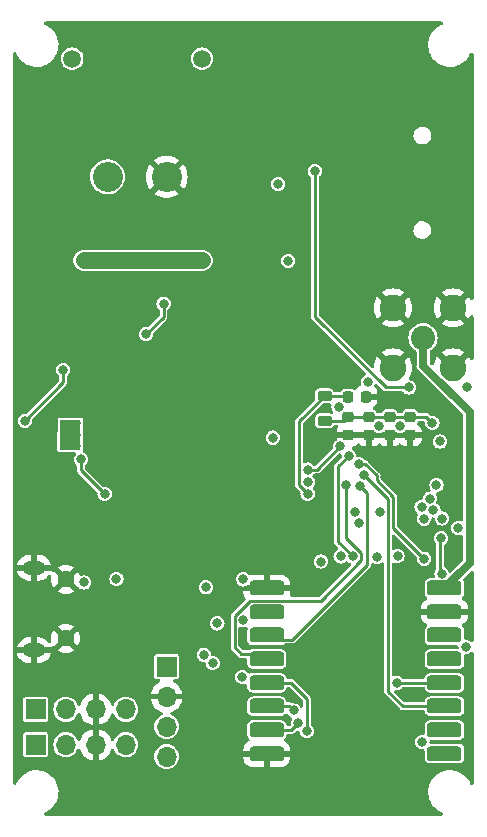
<source format=gbr>
%TF.GenerationSoftware,KiCad,Pcbnew,7.0.2*%
%TF.CreationDate,2023-04-27T13:29:06+10:00*%
%TF.ProjectId,neptune,6e657074-756e-4652-9e6b-696361645f70,rev?*%
%TF.SameCoordinates,Original*%
%TF.FileFunction,Copper,L4,Bot*%
%TF.FilePolarity,Positive*%
%FSLAX46Y46*%
G04 Gerber Fmt 4.6, Leading zero omitted, Abs format (unit mm)*
G04 Created by KiCad (PCBNEW 7.0.2) date 2023-04-27 13:29:06*
%MOMM*%
%LPD*%
G01*
G04 APERTURE LIST*
G04 Aperture macros list*
%AMRoundRect*
0 Rectangle with rounded corners*
0 $1 Rounding radius*
0 $2 $3 $4 $5 $6 $7 $8 $9 X,Y pos of 4 corners*
0 Add a 4 corners polygon primitive as box body*
4,1,4,$2,$3,$4,$5,$6,$7,$8,$9,$2,$3,0*
0 Add four circle primitives for the rounded corners*
1,1,$1+$1,$2,$3*
1,1,$1+$1,$4,$5*
1,1,$1+$1,$6,$7*
1,1,$1+$1,$8,$9*
0 Add four rect primitives between the rounded corners*
20,1,$1+$1,$2,$3,$4,$5,0*
20,1,$1+$1,$4,$5,$6,$7,0*
20,1,$1+$1,$6,$7,$8,$9,0*
20,1,$1+$1,$8,$9,$2,$3,0*%
G04 Aperture macros list end*
%TA.AperFunction,ComponentPad*%
%ADD10R,1.700000X1.700000*%
%TD*%
%TA.AperFunction,ComponentPad*%
%ADD11O,1.700000X1.700000*%
%TD*%
%TA.AperFunction,ComponentPad*%
%ADD12C,2.550000*%
%TD*%
%TA.AperFunction,ComponentPad*%
%ADD13C,1.500000*%
%TD*%
%TA.AperFunction,ComponentPad*%
%ADD14C,0.500000*%
%TD*%
%TA.AperFunction,SMDPad,CuDef*%
%ADD15R,1.800000X2.500000*%
%TD*%
%TA.AperFunction,ComponentPad*%
%ADD16C,2.050000*%
%TD*%
%TA.AperFunction,ComponentPad*%
%ADD17C,2.250000*%
%TD*%
%TA.AperFunction,ComponentPad*%
%ADD18O,1.900000X1.200000*%
%TD*%
%TA.AperFunction,ComponentPad*%
%ADD19C,1.450000*%
%TD*%
%TA.AperFunction,SMDPad,CuDef*%
%ADD20RoundRect,0.225000X-0.250000X0.225000X-0.250000X-0.225000X0.250000X-0.225000X0.250000X0.225000X0*%
%TD*%
%TA.AperFunction,SMDPad,CuDef*%
%ADD21RoundRect,0.317500X-1.157500X-0.317500X1.157500X-0.317500X1.157500X0.317500X-1.157500X0.317500X0*%
%TD*%
%TA.AperFunction,SMDPad,CuDef*%
%ADD22RoundRect,0.218750X0.381250X-0.218750X0.381250X0.218750X-0.381250X0.218750X-0.381250X-0.218750X0*%
%TD*%
%TA.AperFunction,SMDPad,CuDef*%
%ADD23RoundRect,0.225000X-0.225000X-0.250000X0.225000X-0.250000X0.225000X0.250000X-0.225000X0.250000X0*%
%TD*%
%TA.AperFunction,ViaPad*%
%ADD24C,0.800000*%
%TD*%
%TA.AperFunction,Conductor*%
%ADD25C,0.250000*%
%TD*%
%TA.AperFunction,Conductor*%
%ADD26C,1.400000*%
%TD*%
%TA.AperFunction,Conductor*%
%ADD27C,0.700000*%
%TD*%
G04 APERTURE END LIST*
D10*
%TO.P,J7,1,Pin_1*%
%TO.N,/STM32/S2_control*%
X92670000Y-119000000D03*
D11*
%TO.P,J7,2,Pin_2*%
%TO.N,+5V*%
X95210000Y-119000000D03*
%TO.P,J7,3,Pin_3*%
%TO.N,GND*%
X97750000Y-119000000D03*
%TO.P,J7,4,Pin_4*%
%TO.N,/STM32/S2_feedback*%
X100290000Y-119000000D03*
%TD*%
D10*
%TO.P,J5,1,Pin_1*%
%TO.N,+3.3V*%
X103750000Y-115380000D03*
D11*
%TO.P,J5,2,Pin_2*%
%TO.N,GND*%
X103750000Y-117920000D03*
%TO.P,J5,3,Pin_3*%
%TO.N,/STM32/SWDIO*%
X103750000Y-120460000D03*
%TO.P,J5,4,Pin_4*%
%TO.N,/STM32/SWCLK*%
X103750000Y-123000000D03*
%TD*%
D12*
%TO.P,J2,1,Pin_1*%
%TO.N,Net-(J2-Pin_1)*%
X98750000Y-73912000D03*
%TO.P,J2,2,Pin_2*%
%TO.N,GND*%
X103750000Y-73912000D03*
D13*
%TO.P,J2,3*%
%TO.N,N/C*%
X106750000Y-63912000D03*
%TO.P,J2,4*%
X95750000Y-63912000D03*
%TD*%
D14*
%TO.P,U3,9*%
%TO.N,N/C*%
X96250000Y-96750000D03*
X96250000Y-95750000D03*
X96250000Y-94750000D03*
D15*
X95600000Y-95750000D03*
D14*
X94950000Y-96750000D03*
X94950000Y-95750000D03*
X94950000Y-94750000D03*
%TD*%
D16*
%TO.P,J3,1,In*%
%TO.N,Net-(J3-In)*%
X125460000Y-87540000D03*
D17*
%TO.P,J3,2,Ext*%
%TO.N,GND*%
X122920000Y-85000000D03*
X122920000Y-90080000D03*
X128000000Y-85000000D03*
X128000000Y-90080000D03*
%TD*%
D18*
%TO.P,J4,6,Shield*%
%TO.N,GND*%
X92512500Y-107000000D03*
D19*
X95212500Y-108000000D03*
X95212500Y-113000000D03*
D18*
X92512500Y-114000000D03*
%TD*%
D10*
%TO.P,J6,1,Pin_1*%
%TO.N,/STM32/S1_control*%
X92670000Y-122000000D03*
D11*
%TO.P,J6,2,Pin_2*%
%TO.N,+5V*%
X95210000Y-122000000D03*
%TO.P,J6,3,Pin_3*%
%TO.N,GND*%
X97750000Y-122000000D03*
%TO.P,J6,4,Pin_4*%
%TO.N,/STM32/S1_feedback*%
X100290000Y-122000000D03*
%TD*%
D20*
%TO.P,C23,1*%
%TO.N,+3.3V*%
X124380000Y-94250000D03*
%TO.P,C23,2*%
%TO.N,GND*%
X124380000Y-95800000D03*
%TD*%
%TO.P,C10,1*%
%TO.N,+3.3V*%
X120880000Y-94250000D03*
%TO.P,C10,2*%
%TO.N,GND*%
X120880000Y-95800000D03*
%TD*%
D21*
%TO.P,U5,1,GND*%
%TO.N,GND*%
X112225000Y-122750000D03*
%TO.P,U5,2,MISO*%
%TO.N,/MISO_RF*%
X112225000Y-120750000D03*
%TO.P,U5,3,MOSI*%
%TO.N,/MOSI_RF*%
X112225000Y-118750000D03*
%TO.P,U5,4,SCK*%
%TO.N,/SCK_RF*%
X112225000Y-116750000D03*
%TO.P,U5,5,NSS*%
%TO.N,/CS_RF*%
X112225000Y-114750000D03*
%TO.P,U5,6,RESET*%
%TO.N,/RESET_RF*%
X112225000Y-112750000D03*
%TO.P,U5,7,DIO5*%
%TO.N,unconnected-(U5-DIO5-Pad7)*%
X112225000Y-110750000D03*
%TO.P,U5,8,GND*%
%TO.N,GND*%
X112225000Y-108750000D03*
%TO.P,U5,9,ANT*%
%TO.N,Net-(J3-In)*%
X127275000Y-108750000D03*
%TO.P,U5,10,GND*%
%TO.N,GND*%
X127275000Y-110750000D03*
%TO.P,U5,11,DIO3*%
%TO.N,unconnected-(U5-DIO3-Pad11)*%
X127275000Y-112750000D03*
%TO.P,U5,12,DIO4*%
%TO.N,unconnected-(U5-DIO4-Pad12)*%
X127275000Y-114750000D03*
%TO.P,U5,13,3.3V*%
%TO.N,+3.3V*%
X127275000Y-116750000D03*
%TO.P,U5,14,DIO0*%
%TO.N,/RF_1O0*%
X127275000Y-118750000D03*
%TO.P,U5,15,DIO1*%
%TO.N,unconnected-(U5-DIO1-Pad15)*%
X127275000Y-120750000D03*
%TO.P,U5,16,DIO2*%
%TO.N,unconnected-(U5-DIO2-Pad16)*%
X127275000Y-122750000D03*
%TD*%
D22*
%TO.P,L2,1*%
%TO.N,+3.3V*%
X117120000Y-94587500D03*
%TO.P,L2,2*%
%TO.N,Net-(U7-VDDA)*%
X117120000Y-92462500D03*
%TD*%
D20*
%TO.P,C9,1*%
%TO.N,+3.3V*%
X119120000Y-94250000D03*
%TO.P,C9,2*%
%TO.N,GND*%
X119120000Y-95800000D03*
%TD*%
%TO.P,C22,1*%
%TO.N,+3.3V*%
X122630000Y-94250000D03*
%TO.P,C22,2*%
%TO.N,GND*%
X122630000Y-95800000D03*
%TD*%
D23*
%TO.P,C11,1*%
%TO.N,Net-(U7-VDDA)*%
X119095000Y-92525000D03*
%TO.P,C11,2*%
%TO.N,GND*%
X120645000Y-92525000D03*
%TD*%
D24*
%TO.N,GND*%
X119850000Y-114600000D03*
X113179392Y-94150500D03*
X127650000Y-106250000D03*
X109100000Y-86150000D03*
X91724500Y-96000000D03*
X112750000Y-75500000D03*
X105000000Y-100500000D03*
X106000000Y-85000000D03*
X95500000Y-93500000D03*
X126091823Y-95736905D03*
X115666825Y-92891077D03*
X115437451Y-113262049D03*
%TO.N,/STM32/OSC_OUT*%
X119500000Y-106049500D03*
X119168363Y-97525500D03*
%TO.N,+3.3V*%
X127001000Y-104521728D03*
X120011397Y-103224756D03*
X113200000Y-74525000D03*
X110250000Y-108000000D03*
X126250000Y-94750000D03*
X112750000Y-96000000D03*
X129086655Y-113710128D03*
X127024500Y-107515500D03*
X123250000Y-116750000D03*
X118303559Y-93374121D03*
%TO.N,VDC*%
X96750000Y-81000000D03*
X106750000Y-81000000D03*
%TO.N,Net-(U3-BOOT)*%
X96500000Y-97849502D03*
X98500000Y-100750000D03*
%TO.N,Net-(U7-VDDA)*%
X115688201Y-100762299D03*
%TO.N,Net-(U3-COMP)*%
X91747919Y-94569500D03*
X95000000Y-90250000D03*
%TO.N,/STM32/NRST*%
X125550500Y-106249098D03*
X120000000Y-98250000D03*
%TO.N,/STM32/OSC_IN*%
X115700500Y-98710494D03*
X118449500Y-96734211D03*
%TO.N,/CS_SD*%
X114050000Y-81025000D03*
X115700500Y-99750000D03*
%TO.N,/MOSI_SD*%
X116300000Y-73425000D03*
X124275500Y-91750500D03*
%TO.N,/STM32/SWDIO*%
X126900000Y-96325000D03*
%TO.N,/STM32/SWCLK*%
X129200000Y-91750500D03*
%TO.N,/STM32/S1_control*%
X123497643Y-95028815D03*
%TO.N,/STM32/S1_feedback*%
X116800000Y-106488426D03*
%TO.N,/STM32/S2_control*%
X121755000Y-95012751D03*
%TO.N,/STM32/S2_feedback*%
X118482443Y-106056542D03*
%TO.N,Net-(Q2-G)*%
X103495050Y-84654952D03*
X102000000Y-87250000D03*
%TO.N,/STM32/BOOT0*%
X120800000Y-91275000D03*
X125400000Y-121775000D03*
%TO.N,/MISO_RF*%
X127050982Y-102850500D03*
X114853497Y-120199166D03*
%TO.N,/MOSI_RF*%
X126345291Y-102119317D03*
X114500000Y-119099502D03*
%TO.N,/SCK_RF*%
X115614298Y-120847384D03*
X128450500Y-103650902D03*
%TO.N,/CS_RF*%
X118979030Y-99974500D03*
%TO.N,/RESET_RF*%
X120138008Y-100094528D03*
%TO.N,/RF_1O0*%
X120446991Y-99143983D03*
%TO.N,/STM32/USB_D-*%
X99500500Y-107975000D03*
X126039075Y-101162861D03*
%TO.N,/STM32/USB_D+*%
X96761076Y-108263924D03*
X126600500Y-100025500D03*
%TO.N,/IMU_SCK*%
X121579482Y-106104482D03*
X107647038Y-115099500D03*
%TO.N,/IMU_MISO*%
X119700000Y-102275000D03*
X107080902Y-108674500D03*
%TO.N,/IMU_MOSI*%
X121775500Y-102325000D03*
X106900000Y-114375000D03*
%TO.N,/CE_ACC*%
X108050500Y-111725000D03*
X125341467Y-101878646D03*
%TO.N,/CE_GYR*%
X125550500Y-102856046D03*
X110166521Y-116261830D03*
%TO.N,/CE_MAG*%
X110227570Y-111435478D03*
X123306032Y-106038926D03*
%TD*%
D25*
%TO.N,GND*%
X91724500Y-96000000D02*
X93750000Y-96000000D01*
X94825000Y-94175000D02*
X95500000Y-93500000D01*
X109100000Y-86150000D02*
X107150000Y-86150000D01*
X94375000Y-95375000D02*
X94375000Y-94175000D01*
X107150000Y-86150000D02*
X106000000Y-85000000D01*
X94375000Y-94175000D02*
X94825000Y-94175000D01*
X93750000Y-96000000D02*
X94375000Y-95375000D01*
%TO.N,/STM32/OSC_OUT*%
X118254030Y-98439833D02*
X118254030Y-103254030D01*
X118254030Y-103254030D02*
X118254030Y-104803530D01*
X119168363Y-97525500D02*
X118254030Y-98439833D01*
X118254030Y-104803530D02*
X119500000Y-106049500D01*
%TO.N,+3.3V*%
X127024500Y-107515500D02*
X126925000Y-107416000D01*
X126925000Y-107416000D02*
X126925000Y-104597728D01*
X126925000Y-104597728D02*
X127001000Y-104521728D01*
X123250000Y-116750000D02*
X127275000Y-116750000D01*
D26*
%TO.N,VDC*%
X106750000Y-81000000D02*
X96750000Y-81000000D01*
D25*
%TO.N,Net-(U3-BOOT)*%
X96500000Y-98750000D02*
X96500000Y-97849502D01*
X98500000Y-100750000D02*
X96500000Y-98750000D01*
%TO.N,Net-(U7-VDDA)*%
X114975500Y-94607000D02*
X117120000Y-92462500D01*
X117120000Y-92462500D02*
X119032500Y-92462500D01*
X115688201Y-100762299D02*
X114975500Y-100049598D01*
X119032500Y-92462500D02*
X119095000Y-92525000D01*
X114975500Y-100049598D02*
X114975500Y-94607000D01*
%TO.N,Net-(U3-COMP)*%
X91747919Y-94569500D02*
X95000000Y-91317419D01*
X95000000Y-91317419D02*
X95000000Y-90250000D01*
%TO.N,/STM32/NRST*%
X121532202Y-99203889D02*
X120578313Y-98250000D01*
X125550500Y-106249098D02*
X122950000Y-103648598D01*
X122950000Y-103648598D02*
X122950000Y-101010596D01*
X121532202Y-99592798D02*
X121532202Y-99203889D01*
X120578313Y-98250000D02*
X120000000Y-98250000D01*
X122950000Y-101010596D02*
X121532202Y-99592798D01*
%TO.N,/STM32/OSC_IN*%
X115700500Y-98710494D02*
X116473217Y-98710494D01*
X116473217Y-98710494D02*
X118449500Y-96734211D01*
%TO.N,/MOSI_SD*%
X124275500Y-91750500D02*
X122300805Y-91750500D01*
X122300805Y-91750500D02*
X116300000Y-85749695D01*
X116300000Y-85749695D02*
X116300000Y-73425000D01*
D27*
%TO.N,Net-(J3-In)*%
X129400000Y-93848808D02*
X125460000Y-89908808D01*
X127275000Y-108750000D02*
X129400000Y-106625000D01*
X129400000Y-106625000D02*
X129400000Y-93848808D01*
X125460000Y-89908808D02*
X125460000Y-87540000D01*
D25*
%TO.N,Net-(Q2-G)*%
X103495050Y-85754950D02*
X103495050Y-84654952D01*
X102000000Y-87250000D02*
X103495050Y-85754950D01*
%TO.N,/MISO_RF*%
X114302663Y-120750000D02*
X114853497Y-120199166D01*
X112225000Y-120750000D02*
X114302663Y-120750000D01*
%TO.N,/MOSI_RF*%
X112225000Y-118750000D02*
X114150498Y-118750000D01*
X114150498Y-118750000D02*
X114500000Y-119099502D01*
%TO.N,/SCK_RF*%
X115614298Y-118088993D02*
X114275305Y-116750000D01*
X114275305Y-116750000D02*
X112225000Y-116750000D01*
X115614298Y-120847384D02*
X115614298Y-118088993D01*
%TO.N,/CS_RF*%
X120225000Y-106400000D02*
X116835000Y-109790000D01*
X110801368Y-109790000D02*
X109502570Y-111088798D01*
X116835000Y-109790000D02*
X110801368Y-109790000D01*
X118979030Y-99974500D02*
X118975000Y-99978530D01*
X111800000Y-114325000D02*
X112225000Y-114750000D01*
X118975000Y-104499195D02*
X120225000Y-105749195D01*
X109502570Y-113749458D02*
X110078112Y-114325000D01*
X110078112Y-114325000D02*
X111800000Y-114325000D01*
X118975000Y-99978530D02*
X118975000Y-104499195D01*
X109502570Y-111088798D02*
X109502570Y-113749458D01*
X120225000Y-105749195D02*
X120225000Y-106400000D01*
%TO.N,/RESET_RF*%
X120735897Y-100692417D02*
X120735897Y-106757802D01*
X112575000Y-113100000D02*
X112225000Y-112750000D01*
X120138008Y-100094528D02*
X120735897Y-100692417D01*
X114393699Y-113100000D02*
X112575000Y-113100000D01*
X120735897Y-106757802D02*
X114393699Y-113100000D01*
%TO.N,/RF_1O0*%
X122500000Y-101196992D02*
X122500000Y-117500000D01*
X123750000Y-118750000D02*
X127275000Y-118750000D01*
X122500000Y-117500000D02*
X123750000Y-118750000D01*
X120446991Y-99143983D02*
X122500000Y-101196992D01*
%TO.N,+3.3V*%
X124380000Y-94250000D02*
X125750000Y-94250000D01*
X119120000Y-94250000D02*
X120880000Y-94250000D01*
X122630000Y-94250000D02*
X124380000Y-94250000D01*
X118782500Y-94587500D02*
X119120000Y-94250000D01*
X117120000Y-94587500D02*
X118782500Y-94587500D01*
X125750000Y-94250000D02*
X126250000Y-94750000D01*
X120880000Y-94250000D02*
X122630000Y-94250000D01*
%TD*%
%TA.AperFunction,Conductor*%
%TO.N,GND*%
G36*
X127065597Y-60770462D02*
G01*
X127120135Y-60825000D01*
X127140097Y-60899500D01*
X127120135Y-60974000D01*
X127065597Y-61028538D01*
X127044324Y-61038668D01*
X126962445Y-61069983D01*
X126726219Y-61202561D01*
X126511827Y-61368108D01*
X126511823Y-61368111D01*
X126511823Y-61368112D01*
X126421131Y-61462180D01*
X126323812Y-61563121D01*
X126166200Y-61783420D01*
X126042343Y-62024325D01*
X125954882Y-62280691D01*
X125905681Y-62547066D01*
X125895788Y-62817768D01*
X125925414Y-63087017D01*
X125993928Y-63349090D01*
X126099869Y-63598389D01*
X126240979Y-63829606D01*
X126240981Y-63829608D01*
X126240982Y-63829610D01*
X126414255Y-64037820D01*
X126615998Y-64218582D01*
X126841910Y-64368044D01*
X126964542Y-64425532D01*
X127087173Y-64483019D01*
X127087175Y-64483019D01*
X127087176Y-64483020D01*
X127346569Y-64561060D01*
X127614561Y-64600500D01*
X127814908Y-64600500D01*
X127817631Y-64600500D01*
X128020156Y-64585677D01*
X128284553Y-64526780D01*
X128398971Y-64483019D01*
X128537554Y-64430016D01*
X128537558Y-64430014D01*
X128773777Y-64297441D01*
X128988177Y-64131888D01*
X129176186Y-63936881D01*
X129333799Y-63716579D01*
X129457656Y-63475675D01*
X129459481Y-63470325D01*
X129502427Y-63406263D01*
X129571652Y-63372254D01*
X129648608Y-63377415D01*
X129712672Y-63420362D01*
X129746681Y-63489587D01*
X129749500Y-63518435D01*
X129749499Y-84228261D01*
X129729537Y-84302761D01*
X129674999Y-84357299D01*
X129600499Y-84377261D01*
X129525999Y-84357299D01*
X129471461Y-84302761D01*
X129462840Y-84285278D01*
X129452363Y-84259983D01*
X129318717Y-84041895D01*
X129315464Y-84038087D01*
X128751232Y-84602319D01*
X128707684Y-84520178D01*
X128587991Y-84379265D01*
X128440805Y-84267377D01*
X128398595Y-84247848D01*
X128961911Y-83684533D01*
X128958103Y-83681281D01*
X128740016Y-83547636D01*
X128503705Y-83449753D01*
X128254993Y-83390043D01*
X128000000Y-83369975D01*
X127745006Y-83390043D01*
X127496294Y-83449753D01*
X127259980Y-83547637D01*
X127041899Y-83681278D01*
X127038087Y-83684533D01*
X127601391Y-84247837D01*
X127482569Y-84319331D01*
X127348342Y-84446477D01*
X127245138Y-84598691D01*
X126684533Y-84038087D01*
X126681278Y-84041899D01*
X126547637Y-84259980D01*
X126449753Y-84496294D01*
X126390043Y-84745006D01*
X126369975Y-84999999D01*
X126390043Y-85254993D01*
X126449753Y-85503705D01*
X126547636Y-85740016D01*
X126681281Y-85958103D01*
X126684533Y-85961911D01*
X127248766Y-85397678D01*
X127292316Y-85479822D01*
X127412009Y-85620735D01*
X127559195Y-85732623D01*
X127601402Y-85752150D01*
X127038087Y-86315464D01*
X127041895Y-86318717D01*
X127259984Y-86452363D01*
X127496294Y-86550246D01*
X127745006Y-86609956D01*
X128000000Y-86630024D01*
X128254993Y-86609956D01*
X128503705Y-86550246D01*
X128740015Y-86452363D01*
X128958104Y-86318717D01*
X128961911Y-86315464D01*
X128398609Y-85752162D01*
X128517431Y-85680669D01*
X128651658Y-85553523D01*
X128754861Y-85401308D01*
X129315464Y-85961911D01*
X129318717Y-85958104D01*
X129452362Y-85740017D01*
X129462839Y-85714723D01*
X129509790Y-85653531D01*
X129581046Y-85624013D01*
X129657514Y-85634078D01*
X129718706Y-85681029D01*
X129748224Y-85752285D01*
X129749499Y-85771738D01*
X129749499Y-89308261D01*
X129729537Y-89382761D01*
X129674999Y-89437299D01*
X129600499Y-89457261D01*
X129525999Y-89437299D01*
X129471461Y-89382761D01*
X129462840Y-89365278D01*
X129452363Y-89339983D01*
X129318717Y-89121895D01*
X129315464Y-89118087D01*
X128751232Y-89682318D01*
X128707684Y-89600178D01*
X128587991Y-89459265D01*
X128440805Y-89347377D01*
X128398595Y-89327848D01*
X128961911Y-88764533D01*
X128958103Y-88761281D01*
X128740016Y-88627636D01*
X128503705Y-88529753D01*
X128254993Y-88470043D01*
X128000000Y-88449975D01*
X127745006Y-88470043D01*
X127496294Y-88529753D01*
X127259980Y-88627637D01*
X127041895Y-88761281D01*
X127038087Y-88764533D01*
X127601391Y-89327837D01*
X127482569Y-89399331D01*
X127348342Y-89526477D01*
X127245138Y-89678691D01*
X126684533Y-89118087D01*
X126681278Y-89121899D01*
X126547637Y-89339980D01*
X126449753Y-89576294D01*
X126406595Y-89756061D01*
X126369792Y-89823842D01*
X126304030Y-89864141D01*
X126226928Y-89866160D01*
X126159147Y-89829357D01*
X126156353Y-89826636D01*
X126054141Y-89724424D01*
X126015577Y-89657629D01*
X126010500Y-89619065D01*
X126010500Y-88728160D01*
X126030462Y-88653660D01*
X126074036Y-88606107D01*
X126098759Y-88588795D01*
X126250745Y-88482373D01*
X126402373Y-88330745D01*
X126525368Y-88155091D01*
X126615992Y-87960747D01*
X126671492Y-87753619D01*
X126690181Y-87540000D01*
X126671492Y-87326381D01*
X126615992Y-87119253D01*
X126615378Y-87117937D01*
X126525368Y-86924911D01*
X126525368Y-86924910D01*
X126402373Y-86749255D01*
X126250745Y-86597627D01*
X126075091Y-86474632D01*
X126075092Y-86474632D01*
X126075090Y-86474631D01*
X125880747Y-86384008D01*
X125673618Y-86328507D01*
X125460000Y-86309819D01*
X125246381Y-86328507D01*
X125039252Y-86384007D01*
X124844911Y-86474631D01*
X124669254Y-86597627D01*
X124517627Y-86749254D01*
X124394631Y-86924911D01*
X124304007Y-87119252D01*
X124248507Y-87326381D01*
X124229819Y-87540000D01*
X124248507Y-87753618D01*
X124304008Y-87960747D01*
X124394631Y-88155090D01*
X124394632Y-88155091D01*
X124517627Y-88330745D01*
X124669255Y-88482373D01*
X124807679Y-88579299D01*
X124845964Y-88606107D01*
X124895540Y-88665191D01*
X124909500Y-88728160D01*
X124909499Y-89896871D01*
X124909412Y-89901955D01*
X124907237Y-89965632D01*
X124916662Y-90004307D01*
X124919510Y-90019294D01*
X124924930Y-90058731D01*
X124931226Y-90073225D01*
X124939324Y-90097303D01*
X124943066Y-90112657D01*
X124943067Y-90112660D01*
X124962578Y-90147362D01*
X124969358Y-90161012D01*
X124985219Y-90197528D01*
X124995189Y-90209782D01*
X125009486Y-90230788D01*
X125017233Y-90244566D01*
X125045382Y-90272715D01*
X125055604Y-90284042D01*
X125080721Y-90314915D01*
X125093632Y-90324029D01*
X125113065Y-90340398D01*
X128805859Y-94033191D01*
X128844423Y-94099986D01*
X128849500Y-94138550D01*
X128849500Y-102943201D01*
X128829538Y-103017701D01*
X128775000Y-103072239D01*
X128700500Y-103092201D01*
X128643482Y-103080860D01*
X128607261Y-103065857D01*
X128450500Y-103045219D01*
X128293739Y-103065857D01*
X128147658Y-103126366D01*
X128022218Y-103222620D01*
X127925964Y-103348060D01*
X127865455Y-103494141D01*
X127844817Y-103650902D01*
X127865455Y-103807662D01*
X127918898Y-103936684D01*
X127925964Y-103953743D01*
X128022218Y-104079184D01*
X128147659Y-104175438D01*
X128293738Y-104235946D01*
X128450500Y-104256584D01*
X128607262Y-104235946D01*
X128643479Y-104220944D01*
X128719948Y-104210877D01*
X128791205Y-104240392D01*
X128838158Y-104301582D01*
X128849500Y-104358602D01*
X128849500Y-106335256D01*
X128829538Y-106409756D01*
X128805859Y-106440615D01*
X127848705Y-107397768D01*
X127781910Y-107436332D01*
X127704782Y-107436332D01*
X127637987Y-107397768D01*
X127605688Y-107349429D01*
X127572712Y-107269819D01*
X127549036Y-107212659D01*
X127452782Y-107087218D01*
X127327341Y-106990964D01*
X127327340Y-106990963D01*
X127311779Y-106979023D01*
X127314360Y-106975658D01*
X127281275Y-106950262D01*
X127251771Y-106879000D01*
X127250500Y-106859591D01*
X127250500Y-105160671D01*
X127270462Y-105086172D01*
X127308793Y-105042464D01*
X127429282Y-104950010D01*
X127525536Y-104824569D01*
X127586044Y-104678490D01*
X127606682Y-104521728D01*
X127586044Y-104364966D01*
X127525536Y-104218887D01*
X127429282Y-104093446D01*
X127303841Y-103997192D01*
X127157762Y-103936684D01*
X127157760Y-103936683D01*
X127001000Y-103916045D01*
X126844239Y-103936683D01*
X126698158Y-103997192D01*
X126572718Y-104093446D01*
X126476464Y-104218886D01*
X126415955Y-104364967D01*
X126395317Y-104521727D01*
X126415955Y-104678488D01*
X126476464Y-104824569D01*
X126568710Y-104944787D01*
X126598225Y-105016044D01*
X126599500Y-105035492D01*
X126599500Y-107032361D01*
X126579538Y-107106861D01*
X126568710Y-107123066D01*
X126499964Y-107212658D01*
X126439455Y-107358739D01*
X126418817Y-107515500D01*
X126439455Y-107672260D01*
X126454458Y-107708480D01*
X126464525Y-107784948D01*
X126435010Y-107856205D01*
X126373820Y-107903158D01*
X126316800Y-107914500D01*
X126076948Y-107914500D01*
X126072529Y-107915030D01*
X126072523Y-107915031D01*
X125993704Y-107924496D01*
X125861236Y-107976734D01*
X125747775Y-108062775D01*
X125661734Y-108176236D01*
X125609496Y-108308704D01*
X125600031Y-108387523D01*
X125599500Y-108391948D01*
X125599500Y-109108052D01*
X125600030Y-109112471D01*
X125600031Y-109112476D01*
X125609496Y-109191295D01*
X125661734Y-109323763D01*
X125661735Y-109323764D01*
X125747775Y-109437225D01*
X125765068Y-109450338D01*
X125812366Y-109511258D01*
X125822867Y-109587668D01*
X125793758Y-109659092D01*
X125754308Y-109695221D01*
X125604572Y-109789307D01*
X125474308Y-109919571D01*
X125376297Y-110075555D01*
X125315453Y-110249439D01*
X125300469Y-110382424D01*
X125300000Y-110390776D01*
X125299999Y-110499999D01*
X125300000Y-110500000D01*
X129250000Y-110500000D01*
X129250000Y-110390776D01*
X129249530Y-110382424D01*
X129234546Y-110249439D01*
X129173702Y-110075555D01*
X129075691Y-109919571D01*
X128945428Y-109789308D01*
X128795692Y-109695222D01*
X128743232Y-109638683D01*
X128726069Y-109563488D01*
X128748803Y-109489787D01*
X128784930Y-109450339D01*
X128802225Y-109437225D01*
X128888265Y-109323764D01*
X128940503Y-109191297D01*
X128950500Y-109108052D01*
X128950500Y-108391948D01*
X128940503Y-108308703D01*
X128888265Y-108176236D01*
X128888264Y-108176235D01*
X128888264Y-108176234D01*
X128854215Y-108131333D01*
X128825105Y-108059909D01*
X128835608Y-107983499D01*
X128867577Y-107935946D01*
X129495144Y-107308380D01*
X129561935Y-107269819D01*
X129639063Y-107269819D01*
X129705858Y-107308383D01*
X129744422Y-107375178D01*
X129749499Y-107413742D01*
X129749500Y-113159690D01*
X129729538Y-113234190D01*
X129675000Y-113288728D01*
X129600500Y-113308690D01*
X129526000Y-113288728D01*
X129509795Y-113277900D01*
X129389496Y-113185592D01*
X129243415Y-113125083D01*
X129080052Y-113103576D01*
X129008794Y-113074061D01*
X128961842Y-113012871D01*
X128950500Y-112955851D01*
X128950500Y-112396401D01*
X128950500Y-112391948D01*
X128940503Y-112308703D01*
X128888265Y-112176236D01*
X128802225Y-112062775D01*
X128784932Y-112049661D01*
X128737633Y-111988740D01*
X128727132Y-111912330D01*
X128756242Y-111840907D01*
X128795692Y-111804777D01*
X128945428Y-111710691D01*
X129075691Y-111580428D01*
X129173702Y-111424444D01*
X129234546Y-111250560D01*
X129249530Y-111117575D01*
X129250000Y-111109223D01*
X129250000Y-111000000D01*
X125300000Y-111000000D01*
X125300000Y-111109223D01*
X125300469Y-111117575D01*
X125315453Y-111250560D01*
X125376297Y-111424444D01*
X125474308Y-111580428D01*
X125604571Y-111710691D01*
X125754307Y-111804777D01*
X125806767Y-111861316D01*
X125823930Y-111936511D01*
X125801196Y-112010212D01*
X125765068Y-112049661D01*
X125747777Y-112062773D01*
X125747776Y-112062774D01*
X125747775Y-112062775D01*
X125725177Y-112092575D01*
X125661734Y-112176236D01*
X125609496Y-112308704D01*
X125600315Y-112385160D01*
X125599500Y-112391948D01*
X125599500Y-113108052D01*
X125600030Y-113112471D01*
X125600031Y-113112476D01*
X125609496Y-113191295D01*
X125661734Y-113323763D01*
X125663305Y-113325834D01*
X125747775Y-113437225D01*
X125861236Y-113523265D01*
X125993703Y-113575503D01*
X126076948Y-113585500D01*
X126081401Y-113585500D01*
X128333896Y-113585500D01*
X128408396Y-113605462D01*
X128462934Y-113660000D01*
X128481621Y-113715053D01*
X128485702Y-113746053D01*
X128475635Y-113822521D01*
X128428682Y-113883710D01*
X128357424Y-113913225D01*
X128337977Y-113914500D01*
X126076948Y-113914500D01*
X126072529Y-113915030D01*
X126072523Y-113915031D01*
X125993704Y-113924496D01*
X125861236Y-113976734D01*
X125747775Y-114062775D01*
X125661734Y-114176236D01*
X125609496Y-114308704D01*
X125600031Y-114387523D01*
X125599500Y-114391948D01*
X125599500Y-115108052D01*
X125600030Y-115112471D01*
X125600031Y-115112476D01*
X125609496Y-115191295D01*
X125661734Y-115323763D01*
X125661735Y-115323764D01*
X125747775Y-115437225D01*
X125861236Y-115523265D01*
X125993703Y-115575503D01*
X126076948Y-115585500D01*
X126081401Y-115585500D01*
X128468599Y-115585500D01*
X128473052Y-115585500D01*
X128556297Y-115575503D01*
X128688764Y-115523265D01*
X128802225Y-115437225D01*
X128888265Y-115323764D01*
X128940503Y-115191297D01*
X128950500Y-115108052D01*
X128950500Y-114464404D01*
X128970462Y-114389904D01*
X129025000Y-114335366D01*
X129080052Y-114316679D01*
X129086653Y-114315809D01*
X129086655Y-114315810D01*
X129243417Y-114295172D01*
X129389496Y-114234664D01*
X129509797Y-114142353D01*
X129581051Y-114112840D01*
X129657520Y-114122907D01*
X129718710Y-114169859D01*
X129748225Y-114241116D01*
X129749500Y-114260565D01*
X129749500Y-125242147D01*
X129729538Y-125316647D01*
X129675000Y-125371185D01*
X129600500Y-125391147D01*
X129526000Y-125371185D01*
X129471462Y-125316647D01*
X129463369Y-125300422D01*
X129400130Y-125151610D01*
X129259020Y-124920393D01*
X129085745Y-124712180D01*
X129085745Y-124712179D01*
X128884002Y-124531418D01*
X128658090Y-124381956D01*
X128658086Y-124381954D01*
X128412826Y-124266980D01*
X128267372Y-124223220D01*
X128153431Y-124188940D01*
X128153427Y-124188939D01*
X128153426Y-124188939D01*
X127885439Y-124149500D01*
X127682369Y-124149500D01*
X127679665Y-124149697D01*
X127679635Y-124149699D01*
X127479844Y-124164322D01*
X127215444Y-124223220D01*
X126962445Y-124319983D01*
X126726219Y-124452561D01*
X126511827Y-124618108D01*
X126323812Y-124813121D01*
X126166200Y-125033420D01*
X126042343Y-125274325D01*
X125954882Y-125530691D01*
X125905681Y-125797066D01*
X125895788Y-126067768D01*
X125925414Y-126337017D01*
X125993928Y-126599090D01*
X126099869Y-126848389D01*
X126240979Y-127079606D01*
X126240981Y-127079608D01*
X126240982Y-127079610D01*
X126414255Y-127287820D01*
X126615998Y-127468582D01*
X126841910Y-127618044D01*
X126974104Y-127680014D01*
X127049990Y-127715588D01*
X127108973Y-127765285D01*
X127135205Y-127837815D01*
X127121658Y-127913744D01*
X127071961Y-127972727D01*
X126999431Y-127998959D01*
X126986746Y-127999500D01*
X93508903Y-127999500D01*
X93434403Y-127979538D01*
X93379865Y-127925000D01*
X93359903Y-127850500D01*
X93379865Y-127776000D01*
X93434403Y-127721462D01*
X93455676Y-127711332D01*
X93537554Y-127680016D01*
X93537558Y-127680014D01*
X93773777Y-127547441D01*
X93988177Y-127381888D01*
X94176186Y-127186881D01*
X94333799Y-126966579D01*
X94457656Y-126725675D01*
X94545118Y-126469305D01*
X94594319Y-126202933D01*
X94604212Y-125932235D01*
X94574586Y-125662982D01*
X94506072Y-125400912D01*
X94501922Y-125391147D01*
X94400130Y-125151610D01*
X94259020Y-124920393D01*
X94085745Y-124712180D01*
X94085745Y-124712179D01*
X93884002Y-124531418D01*
X93658090Y-124381956D01*
X93658086Y-124381954D01*
X93412826Y-124266980D01*
X93267372Y-124223220D01*
X93153431Y-124188940D01*
X93153427Y-124188939D01*
X93153426Y-124188939D01*
X92885439Y-124149500D01*
X92682369Y-124149500D01*
X92679665Y-124149697D01*
X92679635Y-124149699D01*
X92479844Y-124164322D01*
X92215444Y-124223220D01*
X91962445Y-124319983D01*
X91726219Y-124452561D01*
X91511827Y-124618108D01*
X91323812Y-124813121D01*
X91166200Y-125033420D01*
X91042343Y-125274326D01*
X91040519Y-125279674D01*
X90997571Y-125343738D01*
X90928345Y-125377745D01*
X90851390Y-125372583D01*
X90787326Y-125329635D01*
X90753319Y-125260409D01*
X90750500Y-125231564D01*
X90750500Y-122869748D01*
X91619500Y-122869748D01*
X91631132Y-122928229D01*
X91631132Y-122928230D01*
X91631133Y-122928231D01*
X91675448Y-122994552D01*
X91741769Y-123038867D01*
X91800252Y-123050500D01*
X93539748Y-123050500D01*
X93598231Y-123038867D01*
X93664552Y-122994552D01*
X93708867Y-122928231D01*
X93720500Y-122869748D01*
X93720500Y-122000000D01*
X94154416Y-122000000D01*
X94174699Y-122205932D01*
X94232477Y-122396401D01*
X94234768Y-122403954D01*
X94332314Y-122586449D01*
X94332316Y-122586451D01*
X94463589Y-122746410D01*
X94574901Y-122837760D01*
X94623550Y-122877685D01*
X94806046Y-122975232D01*
X95004066Y-123035300D01*
X95107032Y-123045441D01*
X95209999Y-123055583D01*
X95209999Y-123055582D01*
X95210000Y-123055583D01*
X95415934Y-123035300D01*
X95613954Y-122975232D01*
X95796450Y-122877685D01*
X95956410Y-122746410D01*
X96087685Y-122586450D01*
X96185232Y-122403954D01*
X96185233Y-122403950D01*
X96190921Y-122393309D01*
X96243645Y-122337016D01*
X96317452Y-122314627D01*
X96392565Y-122332141D01*
X96448858Y-122384865D01*
X96466249Y-122424981D01*
X96476567Y-122463487D01*
X96576401Y-122677582D01*
X96711887Y-122871075D01*
X96878924Y-123038112D01*
X97072417Y-123173598D01*
X97286509Y-123273430D01*
X97500000Y-123330634D01*
X97500000Y-122435501D01*
X97607685Y-122484680D01*
X97714237Y-122500000D01*
X97785763Y-122500000D01*
X97892315Y-122484680D01*
X98000000Y-122435501D01*
X98000000Y-123330633D01*
X98213490Y-123273430D01*
X98427582Y-123173598D01*
X98621075Y-123038112D01*
X98788112Y-122871075D01*
X98923598Y-122677582D01*
X99023430Y-122463491D01*
X99033749Y-122424983D01*
X99072313Y-122358188D01*
X99139107Y-122319624D01*
X99216236Y-122319624D01*
X99283031Y-122358188D01*
X99309078Y-122393308D01*
X99314767Y-122403952D01*
X99314768Y-122403954D01*
X99412314Y-122586449D01*
X99412316Y-122586451D01*
X99543589Y-122746410D01*
X99654901Y-122837760D01*
X99703550Y-122877685D01*
X99886046Y-122975232D01*
X100084066Y-123035300D01*
X100290000Y-123055583D01*
X100495934Y-123035300D01*
X100612304Y-123000000D01*
X102694416Y-123000000D01*
X102714699Y-123205932D01*
X102752527Y-123330634D01*
X102774768Y-123403954D01*
X102871807Y-123585500D01*
X102872316Y-123586451D01*
X103003589Y-123746410D01*
X103079493Y-123808702D01*
X103163550Y-123877685D01*
X103346046Y-123975232D01*
X103544066Y-124035300D01*
X103750000Y-124055583D01*
X103955934Y-124035300D01*
X104153954Y-123975232D01*
X104336450Y-123877685D01*
X104496410Y-123746410D01*
X104627685Y-123586450D01*
X104725232Y-123403954D01*
X104785300Y-123205934D01*
X104805583Y-123000000D01*
X110250000Y-123000000D01*
X110250000Y-123109223D01*
X110250469Y-123117575D01*
X110265453Y-123250560D01*
X110326297Y-123424444D01*
X110424308Y-123580428D01*
X110554571Y-123710691D01*
X110710555Y-123808702D01*
X110884439Y-123869546D01*
X111017424Y-123884530D01*
X111025777Y-123885000D01*
X111975000Y-123885000D01*
X112474999Y-123885000D01*
X113424223Y-123885000D01*
X113432575Y-123884530D01*
X113565560Y-123869546D01*
X113739444Y-123808702D01*
X113895428Y-123710691D01*
X114025691Y-123580428D01*
X114123702Y-123424444D01*
X114184546Y-123250560D01*
X114199530Y-123117575D01*
X114200000Y-123109223D01*
X114200000Y-123000000D01*
X112475000Y-123000000D01*
X112474999Y-123885000D01*
X111975000Y-123885000D01*
X111975000Y-123000000D01*
X110250000Y-123000000D01*
X104805583Y-123000000D01*
X104785300Y-122794066D01*
X104725232Y-122596046D01*
X104627685Y-122413550D01*
X104582251Y-122358188D01*
X104496410Y-122253589D01*
X104336451Y-122122316D01*
X104336450Y-122122315D01*
X104153954Y-122024768D01*
X104153953Y-122024767D01*
X104153952Y-122024767D01*
X103955932Y-121964699D01*
X103750000Y-121944416D01*
X103544067Y-121964699D01*
X103346047Y-122024767D01*
X103163548Y-122122316D01*
X103003589Y-122253589D01*
X102872316Y-122413548D01*
X102774767Y-122596047D01*
X102714699Y-122794067D01*
X102694416Y-123000000D01*
X100612304Y-123000000D01*
X100693954Y-122975232D01*
X100876450Y-122877685D01*
X101036410Y-122746410D01*
X101167685Y-122586450D01*
X101265232Y-122403954D01*
X101325300Y-122205934D01*
X101345583Y-122000000D01*
X101325300Y-121794066D01*
X101265232Y-121596046D01*
X101167685Y-121413550D01*
X101093999Y-121323763D01*
X101036410Y-121253589D01*
X100876451Y-121122316D01*
X100876450Y-121122315D01*
X100693954Y-121024768D01*
X100693953Y-121024767D01*
X100693952Y-121024767D01*
X100495932Y-120964699D01*
X100289999Y-120944416D01*
X100084067Y-120964699D01*
X99886047Y-121024767D01*
X99703548Y-121122316D01*
X99543589Y-121253589D01*
X99412316Y-121413548D01*
X99309078Y-121606691D01*
X99256353Y-121662984D01*
X99182546Y-121685372D01*
X99107433Y-121667858D01*
X99051140Y-121615133D01*
X99033749Y-121575016D01*
X99023431Y-121536509D01*
X98923600Y-121322423D01*
X98788109Y-121128921D01*
X98621075Y-120961887D01*
X98427582Y-120826401D01*
X98213491Y-120726568D01*
X98000000Y-120669363D01*
X98000000Y-121564498D01*
X97892315Y-121515320D01*
X97785763Y-121500000D01*
X97714237Y-121500000D01*
X97607685Y-121515320D01*
X97500000Y-121564498D01*
X97500000Y-120669364D01*
X97499999Y-120669363D01*
X97286509Y-120726568D01*
X97072423Y-120826399D01*
X96878921Y-120961890D01*
X96711890Y-121128921D01*
X96576399Y-121322423D01*
X96476567Y-121536511D01*
X96466249Y-121575019D01*
X96427684Y-121641813D01*
X96360888Y-121680376D01*
X96283760Y-121680374D01*
X96216966Y-121641809D01*
X96190921Y-121606690D01*
X96180753Y-121587668D01*
X96087685Y-121413550D01*
X96087683Y-121413548D01*
X95956410Y-121253589D01*
X95796451Y-121122316D01*
X95796450Y-121122315D01*
X95613954Y-121024768D01*
X95613953Y-121024767D01*
X95613952Y-121024767D01*
X95415932Y-120964699D01*
X95209999Y-120944416D01*
X95004067Y-120964699D01*
X94806047Y-121024767D01*
X94623548Y-121122316D01*
X94463589Y-121253589D01*
X94332316Y-121413548D01*
X94234767Y-121596047D01*
X94174699Y-121794067D01*
X94154416Y-122000000D01*
X93720500Y-122000000D01*
X93720500Y-121130252D01*
X93718921Y-121122316D01*
X93708867Y-121071770D01*
X93708867Y-121071769D01*
X93664552Y-121005448D01*
X93598231Y-120961133D01*
X93598230Y-120961132D01*
X93598229Y-120961132D01*
X93539748Y-120949500D01*
X91800252Y-120949500D01*
X91741770Y-120961132D01*
X91675448Y-121005448D01*
X91631132Y-121071770D01*
X91619500Y-121130251D01*
X91619500Y-122869748D01*
X90750500Y-122869748D01*
X90750500Y-119869748D01*
X91619500Y-119869748D01*
X91631132Y-119928229D01*
X91631132Y-119928230D01*
X91631133Y-119928231D01*
X91675448Y-119994552D01*
X91741769Y-120038867D01*
X91800252Y-120050500D01*
X93539748Y-120050500D01*
X93598231Y-120038867D01*
X93664552Y-119994552D01*
X93708867Y-119928231D01*
X93720500Y-119869748D01*
X93720500Y-118999999D01*
X94154416Y-118999999D01*
X94174699Y-119205932D01*
X94231539Y-119393308D01*
X94234768Y-119403954D01*
X94332314Y-119586449D01*
X94332316Y-119586451D01*
X94463589Y-119746410D01*
X94574901Y-119837760D01*
X94623550Y-119877685D01*
X94806046Y-119975232D01*
X95004066Y-120035300D01*
X95210000Y-120055583D01*
X95415934Y-120035300D01*
X95613954Y-119975232D01*
X95796450Y-119877685D01*
X95956410Y-119746410D01*
X96087685Y-119586450D01*
X96185232Y-119403954D01*
X96185233Y-119403950D01*
X96190921Y-119393309D01*
X96243645Y-119337016D01*
X96317452Y-119314627D01*
X96392565Y-119332141D01*
X96448858Y-119384865D01*
X96466249Y-119424981D01*
X96476567Y-119463487D01*
X96576401Y-119677582D01*
X96711887Y-119871075D01*
X96878924Y-120038112D01*
X97072417Y-120173598D01*
X97286509Y-120273430D01*
X97500000Y-120330634D01*
X97500000Y-119435501D01*
X97607685Y-119484680D01*
X97714237Y-119500000D01*
X97785763Y-119500000D01*
X97892315Y-119484680D01*
X98000000Y-119435501D01*
X98000000Y-120330633D01*
X98213490Y-120273430D01*
X98427582Y-120173598D01*
X98621075Y-120038112D01*
X98788112Y-119871075D01*
X98923598Y-119677582D01*
X99023430Y-119463491D01*
X99033749Y-119424983D01*
X99072313Y-119358188D01*
X99139107Y-119319624D01*
X99216236Y-119319624D01*
X99283031Y-119358188D01*
X99309078Y-119393308D01*
X99314767Y-119403952D01*
X99314768Y-119403954D01*
X99412314Y-119586449D01*
X99412316Y-119586451D01*
X99543589Y-119746410D01*
X99654901Y-119837760D01*
X99703550Y-119877685D01*
X99886046Y-119975232D01*
X100084066Y-120035300D01*
X100187032Y-120045441D01*
X100289999Y-120055583D01*
X100289999Y-120055582D01*
X100290000Y-120055583D01*
X100495934Y-120035300D01*
X100693954Y-119975232D01*
X100876450Y-119877685D01*
X101036410Y-119746410D01*
X101167685Y-119586450D01*
X101265232Y-119403954D01*
X101325300Y-119205934D01*
X101345583Y-119000000D01*
X101325300Y-118794066D01*
X101265232Y-118596046D01*
X101167685Y-118413550D01*
X101115531Y-118350000D01*
X101036410Y-118253589D01*
X100876451Y-118122316D01*
X100876450Y-118122315D01*
X100693954Y-118024768D01*
X100693953Y-118024767D01*
X100693952Y-118024767D01*
X100495932Y-117964699D01*
X100289999Y-117944416D01*
X100084067Y-117964699D01*
X99886047Y-118024767D01*
X99703548Y-118122316D01*
X99543589Y-118253589D01*
X99412316Y-118413548D01*
X99309078Y-118606691D01*
X99256353Y-118662984D01*
X99182546Y-118685372D01*
X99107433Y-118667858D01*
X99051140Y-118615133D01*
X99033749Y-118575016D01*
X99023431Y-118536509D01*
X98923600Y-118322423D01*
X98788109Y-118128921D01*
X98621075Y-117961887D01*
X98427582Y-117826401D01*
X98213491Y-117726568D01*
X98002374Y-117669999D01*
X102419363Y-117669999D01*
X102419364Y-117670000D01*
X103316314Y-117670000D01*
X103290507Y-117710156D01*
X103250000Y-117848111D01*
X103250000Y-117991889D01*
X103290507Y-118129844D01*
X103316314Y-118170000D01*
X102419364Y-118170000D01*
X102476568Y-118383491D01*
X102576401Y-118597582D01*
X102711887Y-118791075D01*
X102878924Y-118958112D01*
X103072417Y-119093598D01*
X103286508Y-119193431D01*
X103325016Y-119203749D01*
X103391811Y-119242313D01*
X103430375Y-119309108D01*
X103430375Y-119386236D01*
X103391811Y-119453031D01*
X103356691Y-119479078D01*
X103163548Y-119582316D01*
X103003589Y-119713589D01*
X102872316Y-119873548D01*
X102774767Y-120056047D01*
X102714699Y-120254067D01*
X102694416Y-120460000D01*
X102714699Y-120665932D01*
X102769742Y-120847384D01*
X102774768Y-120863954D01*
X102872315Y-121046450D01*
X102876305Y-121051312D01*
X103003589Y-121206410D01*
X103057270Y-121250464D01*
X103163550Y-121337685D01*
X103346046Y-121435232D01*
X103544066Y-121495300D01*
X103750000Y-121515583D01*
X103955934Y-121495300D01*
X104153954Y-121435232D01*
X104336450Y-121337685D01*
X104496410Y-121206410D01*
X104627685Y-121046450D01*
X104725232Y-120863954D01*
X104785300Y-120665934D01*
X104805583Y-120460000D01*
X104785300Y-120254066D01*
X104725232Y-120056046D01*
X104627685Y-119873550D01*
X104587760Y-119824901D01*
X104496410Y-119713589D01*
X104352158Y-119595206D01*
X104336450Y-119582315D01*
X104153954Y-119484768D01*
X104153952Y-119484767D01*
X104143308Y-119479078D01*
X104087016Y-119426354D01*
X104064627Y-119352547D01*
X104082141Y-119277433D01*
X104134865Y-119221141D01*
X104174983Y-119203749D01*
X104213491Y-119193430D01*
X104427582Y-119093598D01*
X104621075Y-118958112D01*
X104788112Y-118791075D01*
X104923598Y-118597582D01*
X105023431Y-118383491D01*
X105080636Y-118170000D01*
X104183686Y-118170000D01*
X104209493Y-118129844D01*
X104250000Y-117991889D01*
X104250000Y-117848111D01*
X104209493Y-117710156D01*
X104183686Y-117670000D01*
X105080636Y-117670000D01*
X105080636Y-117669999D01*
X105023431Y-117456509D01*
X104923600Y-117242423D01*
X104788109Y-117048921D01*
X104621075Y-116881887D01*
X104427582Y-116746400D01*
X104359256Y-116714540D01*
X104300172Y-116664963D01*
X104273793Y-116592486D01*
X104287186Y-116516530D01*
X104336763Y-116457446D01*
X104409240Y-116431067D01*
X104422226Y-116430500D01*
X104619748Y-116430500D01*
X104678231Y-116418867D01*
X104744552Y-116374552D01*
X104788867Y-116308231D01*
X104798097Y-116261830D01*
X109560838Y-116261830D01*
X109581476Y-116418590D01*
X109613874Y-116496806D01*
X109641985Y-116564671D01*
X109738239Y-116690112D01*
X109863680Y-116786366D01*
X110009759Y-116846874D01*
X110166521Y-116867512D01*
X110323283Y-116846874D01*
X110343478Y-116838508D01*
X110419945Y-116828440D01*
X110491202Y-116857955D01*
X110538156Y-116919144D01*
X110549499Y-116976165D01*
X110549499Y-117103598D01*
X110549499Y-117103614D01*
X110549500Y-117108052D01*
X110550030Y-117112471D01*
X110550031Y-117112476D01*
X110559496Y-117191295D01*
X110611734Y-117323763D01*
X110611735Y-117323764D01*
X110697775Y-117437225D01*
X110811236Y-117523265D01*
X110943703Y-117575503D01*
X111026948Y-117585500D01*
X111031401Y-117585500D01*
X113418599Y-117585500D01*
X113423052Y-117585500D01*
X113506297Y-117575503D01*
X113638764Y-117523265D01*
X113752225Y-117437225D01*
X113838265Y-117323764D01*
X113890503Y-117191297D01*
X113890502Y-117191297D01*
X113897541Y-117173450D01*
X113901386Y-117174966D01*
X113917361Y-117135134D01*
X113978017Y-117087494D01*
X114036587Y-117075500D01*
X114078761Y-117075500D01*
X114153261Y-117095462D01*
X114184120Y-117119141D01*
X115245157Y-118180178D01*
X115283721Y-118246973D01*
X115288798Y-118285537D01*
X115288797Y-118702114D01*
X115268835Y-118776614D01*
X115214297Y-118831152D01*
X115139797Y-118851114D01*
X115065297Y-118831152D01*
X115021589Y-118792821D01*
X114928282Y-118671220D01*
X114802841Y-118574966D01*
X114656762Y-118514458D01*
X114656760Y-118514457D01*
X114499999Y-118493819D01*
X114434334Y-118502464D01*
X114357865Y-118492397D01*
X114340388Y-118483778D01*
X114331177Y-118478460D01*
X114320232Y-118471487D01*
X114302137Y-118458817D01*
X114287675Y-118448690D01*
X114266558Y-118439943D01*
X114227423Y-118433042D01*
X114214738Y-118430229D01*
X114179307Y-118420735D01*
X114142765Y-118423933D01*
X114129778Y-118424500D01*
X114036587Y-118424500D01*
X113962087Y-118404538D01*
X113907549Y-118350000D01*
X113899481Y-118325784D01*
X113897541Y-118326550D01*
X113838265Y-118176236D01*
X113803394Y-118130252D01*
X113752225Y-118062775D01*
X113638764Y-117976735D01*
X113638763Y-117976734D01*
X113506295Y-117924496D01*
X113427476Y-117915031D01*
X113427471Y-117915030D01*
X113423052Y-117914500D01*
X111026948Y-117914500D01*
X111022529Y-117915030D01*
X111022523Y-117915031D01*
X110943704Y-117924496D01*
X110811236Y-117976734D01*
X110697775Y-118062775D01*
X110611734Y-118176236D01*
X110559496Y-118308704D01*
X110550031Y-118387523D01*
X110549500Y-118391948D01*
X110549500Y-119108052D01*
X110550030Y-119112471D01*
X110550031Y-119112476D01*
X110559496Y-119191295D01*
X110611734Y-119323763D01*
X110611735Y-119323764D01*
X110697775Y-119437225D01*
X110811236Y-119523265D01*
X110943703Y-119575503D01*
X111026948Y-119585500D01*
X111031401Y-119585500D01*
X113418599Y-119585500D01*
X113423052Y-119585500D01*
X113506297Y-119575503D01*
X113638764Y-119523265D01*
X113752225Y-119437225D01*
X113758464Y-119428996D01*
X113819384Y-119381697D01*
X113895793Y-119371193D01*
X113967217Y-119400302D01*
X113995396Y-119428319D01*
X114071718Y-119527784D01*
X114071719Y-119527785D01*
X114157340Y-119593484D01*
X114197159Y-119624038D01*
X114276316Y-119656826D01*
X114337505Y-119703777D01*
X114367021Y-119775034D01*
X114356954Y-119851502D01*
X114337507Y-119885186D01*
X114328962Y-119896322D01*
X114268452Y-120042405D01*
X114247814Y-120199165D01*
X114255134Y-120254761D01*
X114245067Y-120331229D01*
X114212809Y-120379526D01*
X114211516Y-120380819D01*
X114144740Y-120419408D01*
X114106120Y-120424500D01*
X114036587Y-120424500D01*
X113962087Y-120404538D01*
X113907549Y-120350000D01*
X113899481Y-120325784D01*
X113897541Y-120326550D01*
X113838265Y-120176236D01*
X113836265Y-120173598D01*
X113752225Y-120062775D01*
X113638764Y-119976735D01*
X113638763Y-119976734D01*
X113506295Y-119924496D01*
X113427476Y-119915031D01*
X113427471Y-119915030D01*
X113423052Y-119914500D01*
X111026948Y-119914500D01*
X111022529Y-119915030D01*
X111022523Y-119915031D01*
X110943704Y-119924496D01*
X110811236Y-119976734D01*
X110697775Y-120062775D01*
X110611734Y-120176236D01*
X110559496Y-120308704D01*
X110550031Y-120387523D01*
X110549500Y-120391948D01*
X110549500Y-121108052D01*
X110550030Y-121112471D01*
X110550031Y-121112476D01*
X110559496Y-121191295D01*
X110611734Y-121323763D01*
X110632528Y-121351184D01*
X110697775Y-121437225D01*
X110715068Y-121450338D01*
X110762366Y-121511258D01*
X110772867Y-121587668D01*
X110743758Y-121659092D01*
X110704308Y-121695221D01*
X110554572Y-121789307D01*
X110424308Y-121919571D01*
X110326297Y-122075555D01*
X110265453Y-122249439D01*
X110250469Y-122382424D01*
X110250000Y-122390776D01*
X110250000Y-122500000D01*
X114200000Y-122500000D01*
X114200000Y-122390776D01*
X114199530Y-122382424D01*
X114184546Y-122249439D01*
X114123702Y-122075555D01*
X114025691Y-121919571D01*
X113895428Y-121789308D01*
X113872657Y-121775000D01*
X124794317Y-121775000D01*
X124814955Y-121931760D01*
X124814956Y-121931762D01*
X124875464Y-122077841D01*
X124971718Y-122203282D01*
X125097159Y-122299536D01*
X125243238Y-122360044D01*
X125295492Y-122366923D01*
X125399998Y-122380682D01*
X125399999Y-122380681D01*
X125400000Y-122380682D01*
X125431050Y-122376594D01*
X125507518Y-122386660D01*
X125568709Y-122433612D01*
X125598225Y-122504869D01*
X125599500Y-122524319D01*
X125599500Y-123108052D01*
X125600030Y-123112471D01*
X125600031Y-123112476D01*
X125609496Y-123191295D01*
X125661734Y-123323763D01*
X125682528Y-123351183D01*
X125747775Y-123437225D01*
X125861236Y-123523265D01*
X125993703Y-123575503D01*
X126076948Y-123585500D01*
X126081401Y-123585500D01*
X128468599Y-123585500D01*
X128473052Y-123585500D01*
X128556297Y-123575503D01*
X128688764Y-123523265D01*
X128802225Y-123437225D01*
X128888265Y-123323764D01*
X128940503Y-123191297D01*
X128950500Y-123108052D01*
X128950500Y-122391948D01*
X128940503Y-122308703D01*
X128888265Y-122176236D01*
X128802225Y-122062775D01*
X128688764Y-121976735D01*
X128688763Y-121976734D01*
X128556295Y-121924496D01*
X128477476Y-121915031D01*
X128477471Y-121915030D01*
X128473052Y-121914500D01*
X126154717Y-121914500D01*
X126080217Y-121894538D01*
X126025679Y-121840000D01*
X126006992Y-121784947D01*
X126002911Y-121753947D01*
X126012978Y-121677479D01*
X126059931Y-121616290D01*
X126131189Y-121586775D01*
X126150636Y-121585500D01*
X128468599Y-121585500D01*
X128473052Y-121585500D01*
X128556297Y-121575503D01*
X128688764Y-121523265D01*
X128802225Y-121437225D01*
X128888265Y-121323764D01*
X128940503Y-121191297D01*
X128950500Y-121108052D01*
X128950500Y-120391948D01*
X128940503Y-120308703D01*
X128888265Y-120176236D01*
X128802225Y-120062775D01*
X128688764Y-119976735D01*
X128688763Y-119976734D01*
X128556295Y-119924496D01*
X128477476Y-119915031D01*
X128477471Y-119915030D01*
X128473052Y-119914500D01*
X126076948Y-119914500D01*
X126072529Y-119915030D01*
X126072523Y-119915031D01*
X125993704Y-119924496D01*
X125861236Y-119976734D01*
X125747775Y-120062775D01*
X125661734Y-120176236D01*
X125609496Y-120308704D01*
X125600031Y-120387523D01*
X125599500Y-120391948D01*
X125599500Y-120396401D01*
X125599500Y-121025680D01*
X125579538Y-121100180D01*
X125525000Y-121154718D01*
X125450500Y-121174680D01*
X125431053Y-121173405D01*
X125400001Y-121169317D01*
X125243239Y-121189955D01*
X125097158Y-121250464D01*
X124971718Y-121346718D01*
X124875464Y-121472158D01*
X124814955Y-121618239D01*
X124794317Y-121775000D01*
X113872657Y-121775000D01*
X113745692Y-121695222D01*
X113693232Y-121638683D01*
X113676069Y-121563488D01*
X113698803Y-121489787D01*
X113734930Y-121450339D01*
X113752225Y-121437225D01*
X113838265Y-121323764D01*
X113890503Y-121191297D01*
X113890502Y-121191297D01*
X113897541Y-121173450D01*
X113901386Y-121174966D01*
X113917361Y-121135134D01*
X113978017Y-121087494D01*
X114036587Y-121075500D01*
X114281943Y-121075500D01*
X114294929Y-121076066D01*
X114331470Y-121079264D01*
X114366916Y-121069765D01*
X114379580Y-121066957D01*
X114415708Y-121060588D01*
X114415709Y-121060587D01*
X114418728Y-121060055D01*
X114439834Y-121051312D01*
X114442343Y-121049554D01*
X114442347Y-121049554D01*
X114472397Y-121028511D01*
X114483332Y-121021544D01*
X114515118Y-121003194D01*
X114538707Y-120975080D01*
X114547467Y-120965520D01*
X114673095Y-120839892D01*
X114739888Y-120801330D01*
X114797900Y-120797528D01*
X114853497Y-120804848D01*
X114853497Y-120804847D01*
X114872948Y-120807409D01*
X114872922Y-120807604D01*
X114929204Y-120815011D01*
X114990396Y-120861961D01*
X115019915Y-120933217D01*
X115019916Y-120933223D01*
X115029253Y-121004144D01*
X115060369Y-121079264D01*
X115089762Y-121150225D01*
X115186016Y-121275666D01*
X115311457Y-121371920D01*
X115457536Y-121432428D01*
X115535917Y-121442746D01*
X115614297Y-121453066D01*
X115614297Y-121453065D01*
X115614298Y-121453066D01*
X115771060Y-121432428D01*
X115917139Y-121371920D01*
X116042580Y-121275666D01*
X116138834Y-121150225D01*
X116199342Y-121004146D01*
X116219980Y-120847384D01*
X116199342Y-120690622D01*
X116138834Y-120544543D01*
X116042580Y-120419102D01*
X116012996Y-120396401D01*
X115998091Y-120384964D01*
X115951139Y-120323773D01*
X115939798Y-120266755D01*
X115939798Y-118109712D01*
X115940365Y-118096725D01*
X115942548Y-118071770D01*
X115943562Y-118060186D01*
X115934063Y-118024739D01*
X115931254Y-118012061D01*
X115924355Y-117972933D01*
X115915607Y-117951815D01*
X115892815Y-117919264D01*
X115885832Y-117908303D01*
X115867492Y-117876538D01*
X115839392Y-117852959D01*
X115829809Y-117844178D01*
X114520118Y-116534487D01*
X114511335Y-116524902D01*
X114487759Y-116496804D01*
X114455991Y-116478463D01*
X114445030Y-116471480D01*
X114412484Y-116448691D01*
X114391365Y-116439943D01*
X114352230Y-116433042D01*
X114339545Y-116430229D01*
X114304114Y-116420735D01*
X114267572Y-116423933D01*
X114254585Y-116424500D01*
X114036587Y-116424500D01*
X113962087Y-116404538D01*
X113907549Y-116350000D01*
X113899481Y-116325784D01*
X113897541Y-116326550D01*
X113838265Y-116176236D01*
X113784297Y-116105069D01*
X113752225Y-116062775D01*
X113638764Y-115976735D01*
X113638763Y-115976734D01*
X113506295Y-115924496D01*
X113427476Y-115915031D01*
X113427471Y-115915030D01*
X113423052Y-115914500D01*
X111026948Y-115914500D01*
X111022529Y-115915030D01*
X111022523Y-115915031D01*
X110943704Y-115924496D01*
X110833920Y-115967789D01*
X110757291Y-115976549D01*
X110686548Y-115945820D01*
X110661049Y-115919882D01*
X110656919Y-115914500D01*
X110594803Y-115833548D01*
X110469362Y-115737294D01*
X110391837Y-115705182D01*
X110323281Y-115676785D01*
X110166521Y-115656147D01*
X110009760Y-115676785D01*
X109863679Y-115737294D01*
X109738239Y-115833548D01*
X109641985Y-115958988D01*
X109581476Y-116105069D01*
X109560838Y-116261830D01*
X104798097Y-116261830D01*
X104800500Y-116249748D01*
X104800500Y-114510252D01*
X104788867Y-114451769D01*
X104744552Y-114385448D01*
X104728916Y-114375000D01*
X106294317Y-114375000D01*
X106314955Y-114531760D01*
X106364139Y-114650500D01*
X106375464Y-114677841D01*
X106471718Y-114803282D01*
X106597159Y-114899536D01*
X106743238Y-114960044D01*
X106900000Y-114980682D01*
X106914576Y-114982601D01*
X106985833Y-115012116D01*
X107032786Y-115073306D01*
X107042853Y-115110877D01*
X107061993Y-115256261D01*
X107089954Y-115323763D01*
X107122502Y-115402341D01*
X107218756Y-115527782D01*
X107344197Y-115624036D01*
X107490276Y-115684544D01*
X107647038Y-115705182D01*
X107803800Y-115684544D01*
X107949879Y-115624036D01*
X108075320Y-115527782D01*
X108171574Y-115402341D01*
X108232082Y-115256262D01*
X108252720Y-115099500D01*
X108232082Y-114942738D01*
X108171574Y-114796659D01*
X108075320Y-114671218D01*
X107949879Y-114574964D01*
X107889857Y-114550102D01*
X107803799Y-114514455D01*
X107632460Y-114491898D01*
X107561203Y-114462383D01*
X107514251Y-114401193D01*
X107504184Y-114363621D01*
X107490474Y-114259484D01*
X107485044Y-114218238D01*
X107424536Y-114072159D01*
X107328282Y-113946718D01*
X107202841Y-113850464D01*
X107202840Y-113850463D01*
X107056760Y-113789955D01*
X106967966Y-113778265D01*
X109173306Y-113778265D01*
X109176439Y-113789956D01*
X109182800Y-113813698D01*
X109185612Y-113826383D01*
X109192513Y-113865517D01*
X109201260Y-113886635D01*
X109203016Y-113889142D01*
X109224057Y-113919192D01*
X109231030Y-113930139D01*
X109249376Y-113961913D01*
X109270381Y-113979538D01*
X109277475Y-113985491D01*
X109287058Y-113994272D01*
X109833303Y-114540518D01*
X109842085Y-114550102D01*
X109865657Y-114578194D01*
X109897425Y-114596535D01*
X109908382Y-114603516D01*
X109940935Y-114626310D01*
X109962053Y-114635056D01*
X109965065Y-114635587D01*
X109965067Y-114635588D01*
X109980515Y-114638311D01*
X110001186Y-114641957D01*
X110013875Y-114644769D01*
X110049305Y-114654263D01*
X110085837Y-114651067D01*
X110098823Y-114650500D01*
X110400500Y-114650500D01*
X110475000Y-114670462D01*
X110529538Y-114725000D01*
X110549500Y-114799500D01*
X110549500Y-115108052D01*
X110550030Y-115112471D01*
X110550031Y-115112476D01*
X110559496Y-115191295D01*
X110611734Y-115323763D01*
X110611735Y-115323764D01*
X110697775Y-115437225D01*
X110811236Y-115523265D01*
X110943703Y-115575503D01*
X111026948Y-115585500D01*
X111031401Y-115585500D01*
X113418599Y-115585500D01*
X113423052Y-115585500D01*
X113506297Y-115575503D01*
X113638764Y-115523265D01*
X113752225Y-115437225D01*
X113838265Y-115323764D01*
X113890503Y-115191297D01*
X113900500Y-115108052D01*
X113900500Y-114391948D01*
X113890503Y-114308703D01*
X113838265Y-114176236D01*
X113752225Y-114062775D01*
X113650311Y-113985491D01*
X113638763Y-113976734D01*
X113506295Y-113924496D01*
X113427476Y-113915031D01*
X113427471Y-113915030D01*
X113423052Y-113914500D01*
X111026948Y-113914500D01*
X111022529Y-113915030D01*
X111022523Y-113915031D01*
X110943702Y-113924496D01*
X110792185Y-113984248D01*
X110791090Y-113981471D01*
X110749715Y-113998334D01*
X110731110Y-113999500D01*
X110274657Y-113999500D01*
X110200157Y-113979538D01*
X110169298Y-113955859D01*
X109871711Y-113658272D01*
X109833147Y-113591477D01*
X109828070Y-113552913D01*
X109828070Y-112142970D01*
X109848032Y-112068470D01*
X109902570Y-112013932D01*
X109977070Y-111993970D01*
X110034088Y-112005312D01*
X110070808Y-112020522D01*
X110126402Y-112027841D01*
X110227569Y-112041160D01*
X110227569Y-112041159D01*
X110227570Y-112041160D01*
X110384332Y-112020522D01*
X110405051Y-112011939D01*
X110481518Y-112001871D01*
X110552776Y-112031386D01*
X110599729Y-112092575D01*
X110609798Y-112169043D01*
X110600684Y-112204258D01*
X110559496Y-112308704D01*
X110550315Y-112385160D01*
X110549500Y-112391948D01*
X110549500Y-113108052D01*
X110550030Y-113112471D01*
X110550031Y-113112476D01*
X110559496Y-113191295D01*
X110611734Y-113323763D01*
X110613305Y-113325834D01*
X110697775Y-113437225D01*
X110811236Y-113523265D01*
X110943703Y-113575503D01*
X111026948Y-113585500D01*
X111031401Y-113585500D01*
X113418599Y-113585500D01*
X113423052Y-113585500D01*
X113506297Y-113575503D01*
X113638764Y-113523265D01*
X113657259Y-113509239D01*
X113727763Y-113455776D01*
X113799187Y-113426666D01*
X113817794Y-113425500D01*
X114372979Y-113425500D01*
X114385965Y-113426066D01*
X114422506Y-113429264D01*
X114457952Y-113419765D01*
X114470616Y-113416957D01*
X114506744Y-113410588D01*
X114506745Y-113410587D01*
X114509764Y-113410055D01*
X114530870Y-113401312D01*
X114533379Y-113399554D01*
X114533383Y-113399554D01*
X114563433Y-113378511D01*
X114574368Y-113371544D01*
X114606154Y-113353194D01*
X114629743Y-113325080D01*
X114638503Y-113315520D01*
X120951429Y-107002595D01*
X120960990Y-106993835D01*
X120989091Y-106970257D01*
X121007443Y-106938467D01*
X121014406Y-106927539D01*
X121035450Y-106897486D01*
X121035450Y-106897483D01*
X121037207Y-106894975D01*
X121045954Y-106873860D01*
X121052856Y-106834716D01*
X121055665Y-106822039D01*
X121065160Y-106786609D01*
X121064302Y-106776808D01*
X121077694Y-106700855D01*
X121127270Y-106641771D01*
X121199746Y-106615390D01*
X121269756Y-106626165D01*
X121276637Y-106629015D01*
X121276641Y-106629018D01*
X121422720Y-106689526D01*
X121579482Y-106710164D01*
X121736244Y-106689526D01*
X121882323Y-106629018D01*
X121934795Y-106588754D01*
X122006051Y-106559239D01*
X122082519Y-106569306D01*
X122143709Y-106616258D01*
X122173225Y-106687515D01*
X122174500Y-106706964D01*
X122174500Y-117479279D01*
X122173933Y-117492266D01*
X122170735Y-117528809D01*
X122180229Y-117564240D01*
X122183042Y-117576925D01*
X122189943Y-117616060D01*
X122198690Y-117637177D01*
X122200446Y-117639684D01*
X122221487Y-117669734D01*
X122228460Y-117680681D01*
X122246806Y-117712455D01*
X122272760Y-117734233D01*
X122274905Y-117736033D01*
X122284488Y-117744814D01*
X123505186Y-118965512D01*
X123513967Y-118975095D01*
X123537545Y-119003194D01*
X123569310Y-119021534D01*
X123580271Y-119028517D01*
X123612822Y-119051309D01*
X123633940Y-119060057D01*
X123673068Y-119066956D01*
X123685746Y-119069765D01*
X123721193Y-119079264D01*
X123757733Y-119076066D01*
X123770720Y-119075500D01*
X125463413Y-119075500D01*
X125537913Y-119095462D01*
X125592451Y-119150000D01*
X125600518Y-119174215D01*
X125602459Y-119173450D01*
X125661734Y-119323763D01*
X125661735Y-119323764D01*
X125747775Y-119437225D01*
X125861236Y-119523265D01*
X125993703Y-119575503D01*
X126076948Y-119585500D01*
X126081401Y-119585500D01*
X128468599Y-119585500D01*
X128473052Y-119585500D01*
X128556297Y-119575503D01*
X128688764Y-119523265D01*
X128802225Y-119437225D01*
X128888265Y-119323764D01*
X128940503Y-119191297D01*
X128950500Y-119108052D01*
X128950500Y-118391948D01*
X128940503Y-118308703D01*
X128888265Y-118176236D01*
X128802225Y-118062775D01*
X128688764Y-117976735D01*
X128688763Y-117976734D01*
X128556295Y-117924496D01*
X128477476Y-117915031D01*
X128477471Y-117915030D01*
X128473052Y-117914500D01*
X126076948Y-117914500D01*
X126072529Y-117915030D01*
X126072523Y-117915031D01*
X125993704Y-117924496D01*
X125861236Y-117976734D01*
X125747775Y-118062775D01*
X125661734Y-118176236D01*
X125602459Y-118326550D01*
X125598613Y-118325033D01*
X125582639Y-118364866D01*
X125521983Y-118412506D01*
X125463413Y-118424500D01*
X123946544Y-118424500D01*
X123872044Y-118404538D01*
X123841185Y-118380859D01*
X123060587Y-117600261D01*
X123022023Y-117533466D01*
X123022023Y-117456338D01*
X123060587Y-117389543D01*
X123127382Y-117350979D01*
X123185395Y-117347177D01*
X123250000Y-117355682D01*
X123406762Y-117335044D01*
X123552841Y-117274536D01*
X123678282Y-117178282D01*
X123708534Y-117138855D01*
X123712418Y-117133795D01*
X123773608Y-117086842D01*
X123830628Y-117075500D01*
X125463413Y-117075500D01*
X125537913Y-117095462D01*
X125592451Y-117150000D01*
X125600518Y-117174215D01*
X125602459Y-117173450D01*
X125661734Y-117323763D01*
X125661735Y-117323764D01*
X125747775Y-117437225D01*
X125861236Y-117523265D01*
X125993703Y-117575503D01*
X126076948Y-117585500D01*
X126081401Y-117585500D01*
X128468599Y-117585500D01*
X128473052Y-117585500D01*
X128556297Y-117575503D01*
X128688764Y-117523265D01*
X128802225Y-117437225D01*
X128888265Y-117323764D01*
X128940503Y-117191297D01*
X128950500Y-117108052D01*
X128950500Y-116391948D01*
X128940503Y-116308703D01*
X128888265Y-116176236D01*
X128802225Y-116062775D01*
X128688764Y-115976735D01*
X128688763Y-115976734D01*
X128556295Y-115924496D01*
X128477476Y-115915031D01*
X128477471Y-115915030D01*
X128473052Y-115914500D01*
X126076948Y-115914500D01*
X126072529Y-115915030D01*
X126072523Y-115915031D01*
X125993704Y-115924496D01*
X125861236Y-115976734D01*
X125747775Y-116062775D01*
X125661734Y-116176236D01*
X125602459Y-116326550D01*
X125598613Y-116325033D01*
X125582639Y-116364866D01*
X125521983Y-116412506D01*
X125463413Y-116424500D01*
X123830628Y-116424500D01*
X123756128Y-116404538D01*
X123712418Y-116366205D01*
X123678282Y-116321718D01*
X123552841Y-116225464D01*
X123406760Y-116164955D01*
X123249999Y-116144317D01*
X123093238Y-116164955D01*
X123031520Y-116190520D01*
X122955051Y-116200587D01*
X122883794Y-116171071D01*
X122836842Y-116109882D01*
X122825500Y-116052862D01*
X122825500Y-106712854D01*
X122845462Y-106638354D01*
X122900000Y-106583816D01*
X122974500Y-106563854D01*
X123031518Y-106575195D01*
X123149270Y-106623970D01*
X123187606Y-106629017D01*
X123306031Y-106644608D01*
X123306031Y-106644607D01*
X123306032Y-106644608D01*
X123462794Y-106623970D01*
X123608873Y-106563462D01*
X123734314Y-106467208D01*
X123830568Y-106341767D01*
X123891076Y-106195688D01*
X123911714Y-106038926D01*
X123891076Y-105882164D01*
X123830568Y-105736085D01*
X123734314Y-105610644D01*
X123608873Y-105514390D01*
X123578959Y-105501999D01*
X123462792Y-105453881D01*
X123306032Y-105433243D01*
X123149269Y-105453881D01*
X123031519Y-105502655D01*
X122955051Y-105512722D01*
X122883794Y-105483206D01*
X122836842Y-105422016D01*
X122825500Y-105364997D01*
X122825500Y-104867770D01*
X122825500Y-104344137D01*
X122845461Y-104269641D01*
X122899999Y-104215103D01*
X122974499Y-104195141D01*
X123048999Y-104215103D01*
X123079858Y-104238782D01*
X124909770Y-106068694D01*
X124948334Y-106135489D01*
X124952137Y-106193500D01*
X124944817Y-106249100D01*
X124965455Y-106405858D01*
X124990867Y-106467207D01*
X125025964Y-106551939D01*
X125122218Y-106677380D01*
X125247659Y-106773634D01*
X125393738Y-106834142D01*
X125472119Y-106844460D01*
X125550499Y-106854780D01*
X125550499Y-106854779D01*
X125550500Y-106854780D01*
X125707262Y-106834142D01*
X125853341Y-106773634D01*
X125978782Y-106677380D01*
X126075036Y-106551939D01*
X126135544Y-106405860D01*
X126156182Y-106249098D01*
X126149150Y-106195688D01*
X126135544Y-106092337D01*
X126135544Y-106092336D01*
X126075036Y-105946257D01*
X125978782Y-105820816D01*
X125853341Y-105724562D01*
X125707262Y-105664054D01*
X125707260Y-105664053D01*
X125550502Y-105643415D01*
X125494902Y-105650735D01*
X125418434Y-105640666D01*
X125370096Y-105608368D01*
X123319141Y-103557412D01*
X123280577Y-103490617D01*
X123275500Y-103452053D01*
X123275500Y-101878645D01*
X124735784Y-101878645D01*
X124756422Y-102035406D01*
X124756423Y-102035408D01*
X124816931Y-102181487D01*
X124913185Y-102306928D01*
X124985466Y-102362391D01*
X125032419Y-102423581D01*
X125042486Y-102500049D01*
X125032419Y-102537621D01*
X124965455Y-102699285D01*
X124944817Y-102856046D01*
X124965455Y-103012806D01*
X124987430Y-103065857D01*
X125025964Y-103158887D01*
X125122218Y-103284328D01*
X125247659Y-103380582D01*
X125393738Y-103441090D01*
X125550500Y-103461728D01*
X125707262Y-103441090D01*
X125853341Y-103380582D01*
X125978782Y-103284328D01*
X126075036Y-103158887D01*
X126135544Y-103012808D01*
X126151048Y-102895043D01*
X126153381Y-102877325D01*
X126182896Y-102806068D01*
X126244086Y-102759115D01*
X126320554Y-102749048D01*
X126391811Y-102778563D01*
X126438764Y-102839753D01*
X126448831Y-102877325D01*
X126465937Y-103007260D01*
X126465938Y-103007262D01*
X126526446Y-103153341D01*
X126622700Y-103278782D01*
X126748141Y-103375036D01*
X126894220Y-103435544D01*
X127050982Y-103456182D01*
X127207744Y-103435544D01*
X127353823Y-103375036D01*
X127479264Y-103278782D01*
X127575518Y-103153341D01*
X127636026Y-103007262D01*
X127656664Y-102850500D01*
X127650814Y-102806068D01*
X127640190Y-102725367D01*
X127636026Y-102693738D01*
X127575518Y-102547659D01*
X127479264Y-102422218D01*
X127353823Y-102325964D01*
X127307864Y-102306927D01*
X127207742Y-102265455D01*
X127079376Y-102248555D01*
X127008119Y-102219039D01*
X126961167Y-102157849D01*
X126951100Y-102120278D01*
X126930335Y-101962556D01*
X126903064Y-101896718D01*
X126869827Y-101816476D01*
X126773573Y-101691035D01*
X126648132Y-101594781D01*
X126648131Y-101594780D01*
X126634130Y-101584037D01*
X126587177Y-101522847D01*
X126577110Y-101446379D01*
X126587174Y-101408813D01*
X126624119Y-101319623D01*
X126644757Y-101162861D01*
X126624119Y-101006099D01*
X126563611Y-100860020D01*
X126563610Y-100860019D01*
X126556104Y-100841897D01*
X126556500Y-100841732D01*
X126535104Y-100790078D01*
X126545171Y-100713610D01*
X126592123Y-100652420D01*
X126663380Y-100622904D01*
X126663381Y-100622904D01*
X126719827Y-100615472D01*
X126757262Y-100610544D01*
X126903341Y-100550036D01*
X127028782Y-100453782D01*
X127125036Y-100328341D01*
X127185544Y-100182262D01*
X127206182Y-100025500D01*
X127185544Y-99868738D01*
X127125036Y-99722659D01*
X127028782Y-99597218D01*
X126903341Y-99500964D01*
X126799547Y-99457971D01*
X126757260Y-99440455D01*
X126600499Y-99419817D01*
X126443739Y-99440455D01*
X126297658Y-99500964D01*
X126172218Y-99597218D01*
X126075964Y-99722658D01*
X126015455Y-99868739D01*
X125994817Y-100025500D01*
X126015455Y-100182260D01*
X126083471Y-100346464D01*
X126083074Y-100346628D01*
X126104470Y-100398283D01*
X126094403Y-100474751D01*
X126047450Y-100535941D01*
X125976195Y-100565456D01*
X125882313Y-100577816D01*
X125736233Y-100638325D01*
X125610793Y-100734579D01*
X125514539Y-100860019D01*
X125454030Y-101006099D01*
X125435186Y-101149237D01*
X125405671Y-101220494D01*
X125344481Y-101267446D01*
X125306909Y-101277513D01*
X125184706Y-101293601D01*
X125038625Y-101354110D01*
X124913185Y-101450364D01*
X124816931Y-101575804D01*
X124756422Y-101721885D01*
X124735784Y-101878645D01*
X123275500Y-101878645D01*
X123275500Y-101031307D01*
X123276067Y-101018321D01*
X123279263Y-100981789D01*
X123269770Y-100946362D01*
X123266957Y-100933670D01*
X123262212Y-100906762D01*
X123260588Y-100897551D01*
X123260587Y-100897549D01*
X123260056Y-100894537D01*
X123251310Y-100873419D01*
X123228515Y-100840864D01*
X123221531Y-100829902D01*
X123203193Y-100798140D01*
X123175100Y-100774567D01*
X123165517Y-100765786D01*
X122541299Y-100141568D01*
X121901340Y-99501609D01*
X121862778Y-99434817D01*
X121857702Y-99396259D01*
X121857702Y-99224606D01*
X121858269Y-99211621D01*
X121861466Y-99175082D01*
X121851967Y-99139635D01*
X121849158Y-99126957D01*
X121842259Y-99087829D01*
X121833511Y-99066711D01*
X121810719Y-99034160D01*
X121803736Y-99023199D01*
X121785396Y-98991434D01*
X121757296Y-98967855D01*
X121747713Y-98959074D01*
X120823126Y-98034487D01*
X120814343Y-98024902D01*
X120790767Y-97996804D01*
X120758999Y-97978463D01*
X120748038Y-97971480D01*
X120715492Y-97948691D01*
X120694373Y-97939943D01*
X120655238Y-97933042D01*
X120642553Y-97930229D01*
X120607120Y-97920735D01*
X120592163Y-97922044D01*
X120516207Y-97908651D01*
X120460968Y-97864316D01*
X120428281Y-97821717D01*
X120302841Y-97725464D01*
X120156760Y-97664955D01*
X119999998Y-97644317D01*
X119940994Y-97652085D01*
X119864526Y-97642018D01*
X119803337Y-97595065D01*
X119773822Y-97523808D01*
X119753407Y-97368738D01*
X119733051Y-97319595D01*
X119692899Y-97222659D01*
X119596645Y-97097218D01*
X119571898Y-97078229D01*
X119470646Y-97000535D01*
X119423694Y-96939346D01*
X119413627Y-96862877D01*
X119443143Y-96791620D01*
X119504332Y-96744668D01*
X119514486Y-96740889D01*
X119678482Y-96686547D01*
X119822730Y-96597573D01*
X119894641Y-96525663D01*
X119961436Y-96487099D01*
X120038564Y-96487099D01*
X120105359Y-96525663D01*
X120177269Y-96597573D01*
X120321516Y-96686547D01*
X120482395Y-96739856D01*
X120577899Y-96749613D01*
X120585483Y-96749999D01*
X120630000Y-96749999D01*
X120630000Y-96050000D01*
X121130000Y-96050000D01*
X121130000Y-96749999D01*
X121174527Y-96749999D01*
X121182074Y-96749614D01*
X121277608Y-96739855D01*
X121438483Y-96686547D01*
X121582730Y-96597573D01*
X121649639Y-96530664D01*
X121716434Y-96492099D01*
X121793562Y-96492099D01*
X121860357Y-96530662D01*
X121927268Y-96597572D01*
X122071516Y-96686547D01*
X122232395Y-96739856D01*
X122327899Y-96749613D01*
X122335483Y-96749999D01*
X122380000Y-96749999D01*
X122380000Y-96050000D01*
X122880000Y-96050000D01*
X122880000Y-96749999D01*
X122924527Y-96749999D01*
X122932074Y-96749614D01*
X123027608Y-96739855D01*
X123188483Y-96686547D01*
X123332730Y-96597573D01*
X123399639Y-96530664D01*
X123466434Y-96492099D01*
X123543562Y-96492099D01*
X123610357Y-96530662D01*
X123677268Y-96597572D01*
X123821516Y-96686547D01*
X123982395Y-96739856D01*
X124077899Y-96749613D01*
X124085483Y-96749999D01*
X124130000Y-96749999D01*
X124130000Y-96050000D01*
X124630000Y-96050000D01*
X124630000Y-96749999D01*
X124674527Y-96749999D01*
X124682074Y-96749614D01*
X124777608Y-96739855D01*
X124938483Y-96686547D01*
X125082730Y-96597573D01*
X125202573Y-96477730D01*
X125291547Y-96333483D01*
X125294358Y-96325000D01*
X126294317Y-96325000D01*
X126314955Y-96481760D01*
X126333140Y-96525663D01*
X126375464Y-96627841D01*
X126471718Y-96753282D01*
X126597159Y-96849536D01*
X126743238Y-96910044D01*
X126900000Y-96930682D01*
X127056762Y-96910044D01*
X127202841Y-96849536D01*
X127328282Y-96753282D01*
X127424536Y-96627841D01*
X127485044Y-96481762D01*
X127505682Y-96325000D01*
X127485044Y-96168238D01*
X127424536Y-96022159D01*
X127328282Y-95896718D01*
X127202841Y-95800464D01*
X127184524Y-95792877D01*
X127056760Y-95739955D01*
X126900000Y-95719317D01*
X126743239Y-95739955D01*
X126597158Y-95800464D01*
X126471718Y-95896718D01*
X126375464Y-96022158D01*
X126314955Y-96168239D01*
X126294317Y-96325000D01*
X125294358Y-96325000D01*
X125344856Y-96172604D01*
X125354613Y-96077101D01*
X125355000Y-96069514D01*
X125355000Y-96050000D01*
X124630000Y-96050000D01*
X124130000Y-96050000D01*
X122880000Y-96050000D01*
X122380000Y-96050000D01*
X121130000Y-96050000D01*
X120630000Y-96050000D01*
X118145001Y-96050000D01*
X118145001Y-96069527D01*
X118145386Y-96077094D01*
X118149587Y-96118213D01*
X118137300Y-96194356D01*
X118092065Y-96251565D01*
X118021218Y-96305927D01*
X117924964Y-96431369D01*
X117864455Y-96577450D01*
X117843817Y-96734211D01*
X117851136Y-96789807D01*
X117841069Y-96866275D01*
X117808770Y-96914613D01*
X116384552Y-98338832D01*
X116317757Y-98377396D01*
X116240629Y-98377396D01*
X116173834Y-98338832D01*
X116160983Y-98324178D01*
X116160675Y-98323777D01*
X116128782Y-98282212D01*
X116123011Y-98277784D01*
X116003341Y-98185958D01*
X115857260Y-98125449D01*
X115700499Y-98104811D01*
X115543739Y-98125449D01*
X115507020Y-98140659D01*
X115430552Y-98150726D01*
X115359295Y-98121211D01*
X115312342Y-98060021D01*
X115301000Y-98003001D01*
X115301000Y-94803543D01*
X115320962Y-94729043D01*
X115344641Y-94698184D01*
X116898685Y-93144141D01*
X116965480Y-93105577D01*
X117004044Y-93100500D01*
X117534246Y-93100500D01*
X117541070Y-93099419D01*
X117617776Y-93107480D01*
X117680174Y-93152813D01*
X117711546Y-93223273D01*
X117712106Y-93266032D01*
X117697876Y-93374120D01*
X117718514Y-93530881D01*
X117779023Y-93676962D01*
X117835243Y-93750230D01*
X117864758Y-93821487D01*
X117854691Y-93897955D01*
X117807738Y-93959145D01*
X117736481Y-93988660D01*
X117660013Y-93978593D01*
X117649394Y-93973698D01*
X117632420Y-93965049D01*
X117534246Y-93949500D01*
X116705754Y-93949500D01*
X116607580Y-93965048D01*
X116607580Y-93965049D01*
X116489248Y-94025342D01*
X116395342Y-94119248D01*
X116372053Y-94164955D01*
X116335049Y-94237580D01*
X116319500Y-94335754D01*
X116319500Y-94839246D01*
X116335049Y-94937420D01*
X116395342Y-95055751D01*
X116489249Y-95149658D01*
X116607580Y-95209951D01*
X116705754Y-95225500D01*
X116705756Y-95225500D01*
X117534244Y-95225500D01*
X117534246Y-95225500D01*
X117632420Y-95209951D01*
X117750751Y-95149658D01*
X117844658Y-95055751D01*
X117875941Y-94994354D01*
X117927548Y-94937039D01*
X118000901Y-94913204D01*
X118008700Y-94913000D01*
X118159537Y-94913000D01*
X118234037Y-94932962D01*
X118288575Y-94987500D01*
X118308537Y-95062000D01*
X118288575Y-95136500D01*
X118286353Y-95140222D01*
X118208452Y-95266516D01*
X118155143Y-95427395D01*
X118145386Y-95522898D01*
X118145000Y-95530485D01*
X118145000Y-95550000D01*
X121453213Y-95550000D01*
X121510232Y-95561341D01*
X121598238Y-95597795D01*
X121676618Y-95608113D01*
X121754999Y-95618433D01*
X121754999Y-95618432D01*
X121755000Y-95618433D01*
X121911762Y-95597795D01*
X121999767Y-95561341D01*
X122056787Y-95550000D01*
X123157073Y-95550000D01*
X123214093Y-95561342D01*
X123275850Y-95586922D01*
X123340881Y-95613859D01*
X123419262Y-95624178D01*
X123497642Y-95634497D01*
X123497642Y-95634496D01*
X123497643Y-95634497D01*
X123654405Y-95613859D01*
X123740372Y-95578249D01*
X123781193Y-95561342D01*
X123838213Y-95550000D01*
X125354999Y-95550000D01*
X125354999Y-95530472D01*
X125354614Y-95522925D01*
X125344855Y-95427391D01*
X125291547Y-95266516D01*
X125202573Y-95122269D01*
X125082732Y-95002428D01*
X125009067Y-94956990D01*
X124956139Y-94900888D01*
X124938353Y-94825839D01*
X124960474Y-94751951D01*
X124977238Y-94730750D01*
X124978526Y-94728221D01*
X124978528Y-94728220D01*
X125014889Y-94656856D01*
X125066499Y-94599538D01*
X125139852Y-94575704D01*
X125147650Y-94575500D01*
X125497389Y-94575500D01*
X125571889Y-94595462D01*
X125626427Y-94650000D01*
X125646389Y-94724500D01*
X125645114Y-94743948D01*
X125644317Y-94749999D01*
X125664955Y-94906760D01*
X125698399Y-94987500D01*
X125725464Y-95052841D01*
X125821718Y-95178282D01*
X125947159Y-95274536D01*
X126093238Y-95335044D01*
X126171618Y-95345363D01*
X126249999Y-95355682D01*
X126249999Y-95355681D01*
X126250000Y-95355682D01*
X126406762Y-95335044D01*
X126552841Y-95274536D01*
X126678282Y-95178282D01*
X126774536Y-95052841D01*
X126835044Y-94906762D01*
X126855682Y-94750000D01*
X126835044Y-94593238D01*
X126774536Y-94447159D01*
X126678282Y-94321718D01*
X126552841Y-94225464D01*
X126406762Y-94164956D01*
X126406760Y-94164955D01*
X126250002Y-94144317D01*
X126194402Y-94151637D01*
X126117934Y-94141568D01*
X126069596Y-94109270D01*
X125994813Y-94034487D01*
X125986030Y-94024902D01*
X125962454Y-93996804D01*
X125930686Y-93978463D01*
X125919725Y-93971480D01*
X125887179Y-93948691D01*
X125866060Y-93939943D01*
X125826925Y-93933042D01*
X125814240Y-93930229D01*
X125778809Y-93920735D01*
X125742267Y-93923933D01*
X125729280Y-93924500D01*
X125147650Y-93924500D01*
X125073150Y-93904538D01*
X125018612Y-93850000D01*
X125014890Y-93843144D01*
X124978528Y-93771780D01*
X124883220Y-93676472D01*
X124794339Y-93631185D01*
X124763126Y-93615281D01*
X124663488Y-93599500D01*
X124096512Y-93599500D01*
X123996874Y-93615281D01*
X123876779Y-93676472D01*
X123781471Y-93771780D01*
X123745110Y-93843144D01*
X123693501Y-93900462D01*
X123620148Y-93924296D01*
X123612350Y-93924500D01*
X123397650Y-93924500D01*
X123323150Y-93904538D01*
X123268612Y-93850000D01*
X123264890Y-93843144D01*
X123228528Y-93771780D01*
X123133220Y-93676472D01*
X123044339Y-93631185D01*
X123013126Y-93615281D01*
X122913488Y-93599500D01*
X122346512Y-93599500D01*
X122246873Y-93615280D01*
X122246874Y-93615281D01*
X122126779Y-93676472D01*
X122031471Y-93771780D01*
X121995110Y-93843144D01*
X121943501Y-93900462D01*
X121870148Y-93924296D01*
X121862350Y-93924500D01*
X121647650Y-93924500D01*
X121573150Y-93904538D01*
X121518612Y-93850000D01*
X121514890Y-93843144D01*
X121478528Y-93771780D01*
X121383220Y-93676472D01*
X121294339Y-93631185D01*
X121237022Y-93579576D01*
X121213188Y-93506223D01*
X121229224Y-93430780D01*
X121280833Y-93373463D01*
X121283763Y-93371608D01*
X121322732Y-93347571D01*
X121442573Y-93227730D01*
X121531547Y-93083483D01*
X121584856Y-92922604D01*
X121594613Y-92827101D01*
X121595000Y-92819514D01*
X121595000Y-92775000D01*
X120544000Y-92775000D01*
X120469500Y-92755038D01*
X120414962Y-92700500D01*
X120395000Y-92626000D01*
X120395000Y-92424000D01*
X120414962Y-92349500D01*
X120469500Y-92294962D01*
X120544000Y-92275000D01*
X121594998Y-92275000D01*
X121594999Y-92230472D01*
X121594614Y-92222925D01*
X121584855Y-92127391D01*
X121531547Y-91966516D01*
X121442571Y-91822266D01*
X121357915Y-91737609D01*
X121319351Y-91670814D01*
X121319351Y-91593686D01*
X121325612Y-91575241D01*
X121339746Y-91541118D01*
X121386699Y-91479931D01*
X121457957Y-91450416D01*
X121534425Y-91460485D01*
X121582762Y-91492783D01*
X122055991Y-91966012D01*
X122064772Y-91975595D01*
X122088350Y-92003694D01*
X122120115Y-92022034D01*
X122131076Y-92029017D01*
X122163627Y-92051809D01*
X122184745Y-92060557D01*
X122223873Y-92067456D01*
X122236566Y-92070270D01*
X122271996Y-92079764D01*
X122271997Y-92079763D01*
X122271998Y-92079764D01*
X122308541Y-92076567D01*
X122321528Y-92076000D01*
X123694872Y-92076000D01*
X123769372Y-92095962D01*
X123813082Y-92134295D01*
X123847218Y-92178782D01*
X123972659Y-92275036D01*
X124118738Y-92335544D01*
X124197119Y-92345862D01*
X124275499Y-92356182D01*
X124275499Y-92356181D01*
X124275500Y-92356182D01*
X124432262Y-92335544D01*
X124578341Y-92275036D01*
X124703782Y-92178782D01*
X124800036Y-92053341D01*
X124860544Y-91907262D01*
X124881182Y-91750500D01*
X124860544Y-91593738D01*
X124800036Y-91447659D01*
X124703782Y-91322218D01*
X124578341Y-91225964D01*
X124432262Y-91165456D01*
X124432260Y-91165455D01*
X124408426Y-91162317D01*
X124337169Y-91132800D01*
X124290218Y-91071609D01*
X124280152Y-90995141D01*
X124300834Y-90936739D01*
X124372363Y-90820015D01*
X124470246Y-90583705D01*
X124529956Y-90334993D01*
X124550024Y-90080000D01*
X124529956Y-89825006D01*
X124470246Y-89576294D01*
X124372363Y-89339984D01*
X124238717Y-89121895D01*
X124235464Y-89118087D01*
X123671232Y-89682318D01*
X123627684Y-89600178D01*
X123507991Y-89459265D01*
X123360805Y-89347377D01*
X123318595Y-89327848D01*
X123881911Y-88764533D01*
X123878103Y-88761281D01*
X123660016Y-88627636D01*
X123423705Y-88529753D01*
X123174993Y-88470043D01*
X122920000Y-88449975D01*
X122665006Y-88470043D01*
X122416294Y-88529753D01*
X122179980Y-88627637D01*
X121961899Y-88761278D01*
X121958087Y-88764533D01*
X122521391Y-89327837D01*
X122402569Y-89399331D01*
X122268342Y-89526477D01*
X122165138Y-89678691D01*
X121604533Y-89118087D01*
X121601278Y-89121899D01*
X121467637Y-89339980D01*
X121369753Y-89576294D01*
X121310043Y-89825006D01*
X121300789Y-89942589D01*
X121275043Y-90015294D01*
X121216394Y-90065384D01*
X121140558Y-90079440D01*
X121067853Y-90053694D01*
X121046889Y-90036258D01*
X116669141Y-85658510D01*
X116630577Y-85591715D01*
X116625500Y-85553151D01*
X116625500Y-85000000D01*
X121289975Y-85000000D01*
X121310043Y-85254993D01*
X121369753Y-85503705D01*
X121467636Y-85740016D01*
X121601281Y-85958103D01*
X121604533Y-85961911D01*
X122168766Y-85397678D01*
X122212316Y-85479822D01*
X122332009Y-85620735D01*
X122479195Y-85732623D01*
X122521402Y-85752150D01*
X121958087Y-86315464D01*
X121961895Y-86318717D01*
X122179984Y-86452363D01*
X122416294Y-86550246D01*
X122665006Y-86609956D01*
X122920000Y-86630024D01*
X123174993Y-86609956D01*
X123423705Y-86550246D01*
X123660015Y-86452363D01*
X123878104Y-86318717D01*
X123881911Y-86315464D01*
X123318609Y-85752162D01*
X123437431Y-85680669D01*
X123571658Y-85553523D01*
X123674861Y-85401308D01*
X124235464Y-85961911D01*
X124238717Y-85958104D01*
X124372363Y-85740015D01*
X124470246Y-85503705D01*
X124529956Y-85254993D01*
X124550024Y-84999999D01*
X124529956Y-84745006D01*
X124470246Y-84496294D01*
X124372363Y-84259984D01*
X124238717Y-84041895D01*
X124235464Y-84038087D01*
X123671232Y-84602319D01*
X123627684Y-84520178D01*
X123507991Y-84379265D01*
X123360805Y-84267377D01*
X123318595Y-84247848D01*
X123881911Y-83684533D01*
X123878103Y-83681281D01*
X123660016Y-83547636D01*
X123423705Y-83449753D01*
X123174993Y-83390043D01*
X122919999Y-83369975D01*
X122665006Y-83390043D01*
X122416294Y-83449753D01*
X122179980Y-83547637D01*
X121961899Y-83681278D01*
X121958087Y-83684533D01*
X122521391Y-84247837D01*
X122402569Y-84319331D01*
X122268342Y-84446477D01*
X122165138Y-84598691D01*
X121604533Y-84038087D01*
X121601278Y-84041899D01*
X121467637Y-84259980D01*
X121369753Y-84496294D01*
X121310043Y-84745006D01*
X121289975Y-85000000D01*
X116625500Y-85000000D01*
X116625500Y-78468936D01*
X124645668Y-78468936D01*
X124676134Y-78641711D01*
X124711751Y-78724279D01*
X124745623Y-78802804D01*
X124850390Y-78943530D01*
X124984786Y-79056302D01*
X125141567Y-79135040D01*
X125312279Y-79175500D01*
X125312280Y-79175500D01*
X125439365Y-79175500D01*
X125443709Y-79175500D01*
X125574255Y-79160241D01*
X125739117Y-79100237D01*
X125885696Y-79003830D01*
X126006092Y-78876218D01*
X126093812Y-78724281D01*
X126144130Y-78556210D01*
X126154331Y-78381065D01*
X126138941Y-78293788D01*
X126123865Y-78208288D01*
X126102923Y-78159741D01*
X126054377Y-78047196D01*
X125949610Y-77906470D01*
X125815214Y-77793698D01*
X125815213Y-77793697D01*
X125658435Y-77714961D01*
X125658434Y-77714960D01*
X125658433Y-77714960D01*
X125487721Y-77674500D01*
X125356291Y-77674500D01*
X125351988Y-77675002D01*
X125351987Y-77675003D01*
X125225741Y-77689759D01*
X125060885Y-77749761D01*
X124914304Y-77846170D01*
X124793908Y-77973782D01*
X124706186Y-78125720D01*
X124655870Y-78293788D01*
X124645668Y-78468936D01*
X116625500Y-78468936D01*
X116625500Y-74005627D01*
X116645462Y-73931127D01*
X116683792Y-73887419D01*
X116728282Y-73853282D01*
X116824536Y-73727841D01*
X116885044Y-73581762D01*
X116905682Y-73425000D01*
X116885044Y-73268238D01*
X116824536Y-73122159D01*
X116728282Y-72996718D01*
X116602841Y-72900464D01*
X116456762Y-72839956D01*
X116456760Y-72839955D01*
X116299999Y-72819317D01*
X116143239Y-72839955D01*
X115997158Y-72900464D01*
X115871718Y-72996718D01*
X115775464Y-73122158D01*
X115714955Y-73268239D01*
X115694317Y-73425000D01*
X115714955Y-73581760D01*
X115750805Y-73668308D01*
X115775464Y-73727841D01*
X115871718Y-73853282D01*
X115916206Y-73887418D01*
X115963157Y-73948606D01*
X115974500Y-74005627D01*
X115974500Y-85728974D01*
X115973933Y-85741961D01*
X115970735Y-85778504D01*
X115980229Y-85813935D01*
X115983042Y-85826620D01*
X115989943Y-85865755D01*
X115998690Y-85886872D01*
X116008817Y-85901334D01*
X116021487Y-85919429D01*
X116028460Y-85930376D01*
X116046806Y-85962150D01*
X116072760Y-85983928D01*
X116074905Y-85985728D01*
X116084488Y-85994509D01*
X120582216Y-90492237D01*
X120620780Y-90559032D01*
X120620780Y-90636160D01*
X120582216Y-90702955D01*
X120533879Y-90735253D01*
X120497160Y-90750463D01*
X120371718Y-90846718D01*
X120275464Y-90972158D01*
X120214955Y-91118239D01*
X120194317Y-91275000D01*
X120217472Y-91450878D01*
X120207405Y-91527346D01*
X120160452Y-91588536D01*
X120116618Y-91611762D01*
X120111517Y-91613452D01*
X119967269Y-91702426D01*
X119847426Y-91822269D01*
X119801991Y-91895931D01*
X119745890Y-91948859D01*
X119670841Y-91966646D01*
X119596953Y-91944525D01*
X119575754Y-91927763D01*
X119513280Y-91895931D01*
X119453126Y-91865281D01*
X119353488Y-91849500D01*
X118836512Y-91849500D01*
X118736874Y-91865281D01*
X118616779Y-91926472D01*
X118521472Y-92021779D01*
X118509416Y-92045440D01*
X118504218Y-92055644D01*
X118504217Y-92055645D01*
X118452608Y-92112962D01*
X118379255Y-92136796D01*
X118371457Y-92137000D01*
X118008700Y-92137000D01*
X117934200Y-92117038D01*
X117879662Y-92062500D01*
X117875940Y-92055644D01*
X117875009Y-92053817D01*
X117844658Y-91994249D01*
X117750751Y-91900342D01*
X117632420Y-91840049D01*
X117534246Y-91824500D01*
X116705754Y-91824500D01*
X116607580Y-91840049D01*
X116489248Y-91900342D01*
X116395342Y-91994248D01*
X116335049Y-92112580D01*
X116319500Y-92210756D01*
X116319500Y-92714245D01*
X116319715Y-92715603D01*
X116319500Y-92717647D01*
X116319500Y-92725972D01*
X116318625Y-92725972D01*
X116311649Y-92792309D01*
X116277907Y-92844265D01*
X114759984Y-94362188D01*
X114750403Y-94370968D01*
X114722305Y-94394545D01*
X114703960Y-94426319D01*
X114696980Y-94437275D01*
X114674192Y-94469821D01*
X114665442Y-94490944D01*
X114658542Y-94530076D01*
X114655729Y-94542761D01*
X114646235Y-94578191D01*
X114649433Y-94614732D01*
X114650000Y-94627719D01*
X114650000Y-100028877D01*
X114649433Y-100041864D01*
X114646235Y-100078407D01*
X114655729Y-100113838D01*
X114658542Y-100126523D01*
X114665443Y-100165658D01*
X114674190Y-100186775D01*
X114675946Y-100189282D01*
X114696987Y-100219332D01*
X114703960Y-100230279D01*
X114722306Y-100262053D01*
X114747999Y-100283612D01*
X114750405Y-100285631D01*
X114759988Y-100294412D01*
X115047471Y-100581895D01*
X115086035Y-100648690D01*
X115089838Y-100706701D01*
X115082518Y-100762301D01*
X115103156Y-100919059D01*
X115103157Y-100919061D01*
X115163665Y-101065140D01*
X115259919Y-101190581D01*
X115385360Y-101286835D01*
X115531439Y-101347343D01*
X115609819Y-101357661D01*
X115688200Y-101367981D01*
X115688200Y-101367980D01*
X115688201Y-101367981D01*
X115844963Y-101347343D01*
X115991042Y-101286835D01*
X116116483Y-101190581D01*
X116212737Y-101065140D01*
X116273245Y-100919061D01*
X116293883Y-100762299D01*
X116273245Y-100605537D01*
X116212737Y-100459458D01*
X116132480Y-100354865D01*
X116102967Y-100283612D01*
X116113034Y-100207143D01*
X116132478Y-100173464D01*
X116225036Y-100052841D01*
X116285544Y-99906762D01*
X116306182Y-99750000D01*
X116285544Y-99593238D01*
X116225036Y-99447159D01*
X116180758Y-99389455D01*
X116128194Y-99320951D01*
X116098679Y-99249694D01*
X116108746Y-99173226D01*
X116128196Y-99139539D01*
X116128780Y-99138776D01*
X116128782Y-99138776D01*
X116145061Y-99117559D01*
X116162920Y-99094287D01*
X116224110Y-99047335D01*
X116281128Y-99035994D01*
X116452497Y-99035994D01*
X116465483Y-99036560D01*
X116502024Y-99039758D01*
X116537470Y-99030259D01*
X116550134Y-99027451D01*
X116586262Y-99021082D01*
X116586263Y-99021081D01*
X116589282Y-99020549D01*
X116610388Y-99011806D01*
X116612897Y-99010048D01*
X116612901Y-99010048D01*
X116642951Y-98989005D01*
X116653886Y-98982038D01*
X116685672Y-98963688D01*
X116709261Y-98935574D01*
X116718021Y-98926014D01*
X118269098Y-97374937D01*
X118335891Y-97336375D01*
X118393902Y-97332573D01*
X118437048Y-97338253D01*
X118508304Y-97367769D01*
X118555256Y-97428959D01*
X118565323Y-97505426D01*
X118562680Y-97525500D01*
X118569999Y-97581096D01*
X118559932Y-97657564D01*
X118527633Y-97705902D01*
X118038514Y-98195021D01*
X118028933Y-98203801D01*
X118000835Y-98227378D01*
X117982490Y-98259152D01*
X117975510Y-98270108D01*
X117952722Y-98302654D01*
X117943972Y-98323777D01*
X117937072Y-98362909D01*
X117934259Y-98375594D01*
X117924765Y-98411024D01*
X117927963Y-98447565D01*
X117928530Y-98460552D01*
X117928530Y-104782809D01*
X117927963Y-104795796D01*
X117924765Y-104832339D01*
X117934259Y-104867770D01*
X117937072Y-104880455D01*
X117943973Y-104919590D01*
X117952720Y-104940707D01*
X117962847Y-104955169D01*
X117975517Y-104973264D01*
X117982490Y-104984211D01*
X118000836Y-105015985D01*
X118026790Y-105037763D01*
X118028935Y-105039563D01*
X118038518Y-105048344D01*
X118264160Y-105273986D01*
X118302724Y-105340781D01*
X118302724Y-105417909D01*
X118264160Y-105484704D01*
X118215823Y-105517002D01*
X118179602Y-105532005D01*
X118054161Y-105628260D01*
X117957907Y-105753700D01*
X117897398Y-105899781D01*
X117876760Y-106056542D01*
X117897398Y-106213302D01*
X117897399Y-106213304D01*
X117957907Y-106359383D01*
X118054161Y-106484824D01*
X118179602Y-106581078D01*
X118325681Y-106641586D01*
X118396413Y-106650898D01*
X118482442Y-106662224D01*
X118482442Y-106662223D01*
X118482443Y-106662224D01*
X118639205Y-106641586D01*
X118785284Y-106581078D01*
X118905106Y-106489135D01*
X118976362Y-106459621D01*
X119052830Y-106469688D01*
X119086514Y-106489135D01*
X119197159Y-106574036D01*
X119269370Y-106603946D01*
X119330559Y-106650898D01*
X119360075Y-106722155D01*
X119350008Y-106798623D01*
X119317709Y-106846963D01*
X116743815Y-109420859D01*
X116677020Y-109459423D01*
X116638456Y-109464500D01*
X114319682Y-109464500D01*
X114245182Y-109444538D01*
X114190644Y-109390000D01*
X114170682Y-109315500D01*
X114179044Y-109266288D01*
X114184546Y-109250562D01*
X114199530Y-109117575D01*
X114200000Y-109109223D01*
X114200000Y-109000000D01*
X110250000Y-109000000D01*
X110250000Y-109109223D01*
X110250469Y-109117575D01*
X110265453Y-109250560D01*
X110326297Y-109424444D01*
X110409828Y-109557383D01*
X110432562Y-109631085D01*
X110415399Y-109706279D01*
X110389025Y-109742015D01*
X109287054Y-110843986D01*
X109277473Y-110852766D01*
X109249375Y-110876343D01*
X109231030Y-110908117D01*
X109224050Y-110919073D01*
X109201262Y-110951619D01*
X109192512Y-110972742D01*
X109185612Y-111011874D01*
X109182800Y-111024558D01*
X109173306Y-111059992D01*
X109176502Y-111096529D01*
X109177069Y-111109512D01*
X109177069Y-113728743D01*
X109176502Y-113741726D01*
X109174089Y-113769318D01*
X109173306Y-113778265D01*
X106967966Y-113778265D01*
X106900000Y-113769317D01*
X106743239Y-113789955D01*
X106597158Y-113850464D01*
X106471718Y-113946718D01*
X106375464Y-114072158D01*
X106314955Y-114218239D01*
X106294317Y-114375000D01*
X104728916Y-114375000D01*
X104678231Y-114341133D01*
X104678230Y-114341132D01*
X104678229Y-114341132D01*
X104619748Y-114329500D01*
X102880252Y-114329500D01*
X102821770Y-114341132D01*
X102755448Y-114385448D01*
X102711132Y-114451770D01*
X102699500Y-114510251D01*
X102699500Y-116249748D01*
X102711132Y-116308229D01*
X102711132Y-116308230D01*
X102711133Y-116308231D01*
X102755448Y-116374552D01*
X102821769Y-116418867D01*
X102880252Y-116430500D01*
X103077775Y-116430500D01*
X103152275Y-116450462D01*
X103206813Y-116505000D01*
X103226775Y-116579500D01*
X103206813Y-116654000D01*
X103152275Y-116708538D01*
X103140745Y-116714540D01*
X103072423Y-116746399D01*
X102878921Y-116881890D01*
X102711890Y-117048921D01*
X102576399Y-117242423D01*
X102476568Y-117456509D01*
X102419363Y-117669999D01*
X98002374Y-117669999D01*
X98000000Y-117669363D01*
X98000000Y-118564498D01*
X97892315Y-118515320D01*
X97785763Y-118500000D01*
X97714237Y-118500000D01*
X97607685Y-118515320D01*
X97500000Y-118564498D01*
X97500000Y-117669364D01*
X97499999Y-117669363D01*
X97286509Y-117726568D01*
X97072423Y-117826399D01*
X96878921Y-117961890D01*
X96711890Y-118128921D01*
X96576399Y-118322423D01*
X96476567Y-118536511D01*
X96466249Y-118575019D01*
X96427684Y-118641813D01*
X96360888Y-118680376D01*
X96283760Y-118680374D01*
X96216966Y-118641809D01*
X96190921Y-118606690D01*
X96173992Y-118575019D01*
X96087685Y-118413550D01*
X96066325Y-118387523D01*
X95956410Y-118253589D01*
X95796451Y-118122316D01*
X95796450Y-118122315D01*
X95613954Y-118024768D01*
X95613953Y-118024767D01*
X95613952Y-118024767D01*
X95415932Y-117964699D01*
X95210000Y-117944416D01*
X95004067Y-117964699D01*
X94806047Y-118024767D01*
X94623548Y-118122316D01*
X94463589Y-118253589D01*
X94332316Y-118413548D01*
X94234767Y-118596047D01*
X94174699Y-118794067D01*
X94154416Y-118999999D01*
X93720500Y-118999999D01*
X93720500Y-118130252D01*
X93718921Y-118122316D01*
X93708867Y-118071770D01*
X93708867Y-118071769D01*
X93664552Y-118005448D01*
X93598231Y-117961133D01*
X93598230Y-117961132D01*
X93598229Y-117961132D01*
X93539748Y-117949500D01*
X91800252Y-117949500D01*
X91741770Y-117961132D01*
X91675448Y-118005448D01*
X91631132Y-118071770D01*
X91619500Y-118130251D01*
X91619500Y-119869748D01*
X90750500Y-119869748D01*
X90750500Y-113750000D01*
X91087132Y-113750000D01*
X91996389Y-113750000D01*
X91956890Y-113774457D01*
X91889299Y-113863962D01*
X91858605Y-113971840D01*
X91868954Y-114083521D01*
X91918948Y-114183922D01*
X91991431Y-114250000D01*
X91091242Y-114250000D01*
X91118269Y-114361412D01*
X91205536Y-114552499D01*
X91327395Y-114723626D01*
X91479431Y-114868592D01*
X91656156Y-114982166D01*
X91851182Y-115060243D01*
X92057466Y-115100000D01*
X92262500Y-115100000D01*
X92262500Y-114300000D01*
X92762500Y-114300000D01*
X92762500Y-115100000D01*
X92911357Y-115100000D01*
X92918438Y-115099662D01*
X93071624Y-115085035D01*
X93273185Y-115025851D01*
X93459909Y-114929589D01*
X93625040Y-114799727D01*
X93762609Y-114640966D01*
X93867648Y-114459033D01*
X93936355Y-114260515D01*
X93937868Y-114250000D01*
X93028611Y-114250000D01*
X93068110Y-114225543D01*
X93135701Y-114136038D01*
X93166395Y-114028160D01*
X93156046Y-113916479D01*
X93106052Y-113816078D01*
X93033569Y-113750000D01*
X93933757Y-113750000D01*
X93972862Y-113700273D01*
X94034606Y-113654052D01*
X94111189Y-113644894D01*
X94170078Y-113670111D01*
X94187324Y-113671620D01*
X94792694Y-113066249D01*
X94803262Y-113132969D01*
X94864382Y-113252923D01*
X94959577Y-113348118D01*
X95079531Y-113409238D01*
X95146248Y-113419804D01*
X94540878Y-114025174D01*
X94597660Y-114064933D01*
X94791924Y-114155519D01*
X94998967Y-114210997D01*
X95212499Y-114229678D01*
X95426032Y-114210997D01*
X95633074Y-114155520D01*
X95827339Y-114064932D01*
X95884120Y-114025173D01*
X95278751Y-113419804D01*
X95345469Y-113409238D01*
X95465423Y-113348118D01*
X95560618Y-113252923D01*
X95621738Y-113132969D01*
X95632304Y-113066250D01*
X96237673Y-113671619D01*
X96277432Y-113614839D01*
X96368020Y-113420574D01*
X96423497Y-113213532D01*
X96442178Y-112999999D01*
X96423497Y-112786467D01*
X96368020Y-112579425D01*
X96277433Y-112385162D01*
X96237673Y-112328379D01*
X95632304Y-112933747D01*
X95621738Y-112867031D01*
X95560618Y-112747077D01*
X95465423Y-112651882D01*
X95345469Y-112590762D01*
X95278749Y-112580194D01*
X95884120Y-111974824D01*
X95827340Y-111935066D01*
X95633075Y-111844480D01*
X95426032Y-111789002D01*
X95212500Y-111770321D01*
X94998967Y-111789002D01*
X94791925Y-111844479D01*
X94597660Y-111935067D01*
X94540879Y-111974825D01*
X95146248Y-112580194D01*
X95079531Y-112590762D01*
X94959577Y-112651882D01*
X94864382Y-112747077D01*
X94803262Y-112867031D01*
X94792695Y-112933749D01*
X94187325Y-112328379D01*
X94147567Y-112385160D01*
X94056979Y-112579425D01*
X94001502Y-112786467D01*
X93982821Y-113000000D01*
X94002630Y-113226419D01*
X93989237Y-113302375D01*
X93939660Y-113361459D01*
X93867183Y-113387838D01*
X93791227Y-113374445D01*
X93732826Y-113325834D01*
X93697607Y-113276377D01*
X93545568Y-113131407D01*
X93368843Y-113017833D01*
X93173817Y-112939756D01*
X92967534Y-112900000D01*
X92762500Y-112900000D01*
X92762500Y-113700000D01*
X92262500Y-113700000D01*
X92262500Y-112900000D01*
X92113643Y-112900000D01*
X92106561Y-112900337D01*
X91953375Y-112914964D01*
X91751814Y-112974148D01*
X91565090Y-113070410D01*
X91399959Y-113200272D01*
X91262390Y-113359033D01*
X91157351Y-113540966D01*
X91088644Y-113739484D01*
X91087132Y-113750000D01*
X90750500Y-113750000D01*
X90750500Y-111724999D01*
X107444817Y-111724999D01*
X107465455Y-111881760D01*
X107479236Y-111915031D01*
X107525964Y-112027841D01*
X107622218Y-112153282D01*
X107747659Y-112249536D01*
X107893738Y-112310044D01*
X108050500Y-112330682D01*
X108207262Y-112310044D01*
X108353341Y-112249536D01*
X108478782Y-112153282D01*
X108575036Y-112027841D01*
X108635544Y-111881762D01*
X108656182Y-111725000D01*
X108635544Y-111568238D01*
X108575036Y-111422159D01*
X108478782Y-111296718D01*
X108353341Y-111200464D01*
X108207262Y-111139956D01*
X108207260Y-111139955D01*
X108050500Y-111119317D01*
X107893739Y-111139955D01*
X107747658Y-111200464D01*
X107622218Y-111296718D01*
X107525964Y-111422158D01*
X107465455Y-111568239D01*
X107444817Y-111724999D01*
X90750500Y-111724999D01*
X90750500Y-106750000D01*
X91087132Y-106750000D01*
X91996389Y-106750000D01*
X91956890Y-106774457D01*
X91889299Y-106863962D01*
X91858605Y-106971840D01*
X91868954Y-107083521D01*
X91918948Y-107183922D01*
X91991431Y-107250000D01*
X91091242Y-107250000D01*
X91118269Y-107361412D01*
X91205536Y-107552499D01*
X91327395Y-107723626D01*
X91479431Y-107868592D01*
X91656156Y-107982166D01*
X91851182Y-108060243D01*
X92057466Y-108100000D01*
X92262500Y-108100000D01*
X92262500Y-107300000D01*
X92762500Y-107300000D01*
X92762500Y-108100000D01*
X92911357Y-108100000D01*
X92918438Y-108099662D01*
X93071624Y-108085035D01*
X93273185Y-108025851D01*
X93459909Y-107929589D01*
X93625039Y-107799728D01*
X93741375Y-107665470D01*
X93805249Y-107622239D01*
X93882180Y-107616737D01*
X93951556Y-107650437D01*
X93994787Y-107714311D01*
X94002415Y-107776030D01*
X93982821Y-107999999D01*
X94001502Y-108213532D01*
X94056980Y-108420575D01*
X94147566Y-108614840D01*
X94187324Y-108671619D01*
X94792694Y-108066249D01*
X94803262Y-108132969D01*
X94864382Y-108252923D01*
X94959577Y-108348118D01*
X95079531Y-108409238D01*
X95146248Y-108419804D01*
X94540878Y-109025174D01*
X94597660Y-109064933D01*
X94791924Y-109155519D01*
X94998967Y-109210997D01*
X95212499Y-109229678D01*
X95426032Y-109210997D01*
X95633074Y-109155520D01*
X95827339Y-109064932D01*
X95884120Y-109025173D01*
X95278751Y-108419804D01*
X95345469Y-108409238D01*
X95465423Y-108348118D01*
X95560618Y-108252923D01*
X95621738Y-108132969D01*
X95632304Y-108066250D01*
X96237674Y-108671619D01*
X96241253Y-108671306D01*
X96317210Y-108684699D01*
X96344942Y-108701527D01*
X96458235Y-108788460D01*
X96604314Y-108848968D01*
X96761076Y-108869606D01*
X96917838Y-108848968D01*
X97063917Y-108788460D01*
X97189358Y-108692206D01*
X97202944Y-108674500D01*
X106475219Y-108674500D01*
X106495857Y-108831260D01*
X106495858Y-108831262D01*
X106556366Y-108977341D01*
X106652620Y-109102782D01*
X106778061Y-109199036D01*
X106924140Y-109259544D01*
X106975366Y-109266288D01*
X107080901Y-109280182D01*
X107080901Y-109280181D01*
X107080902Y-109280182D01*
X107237664Y-109259544D01*
X107383743Y-109199036D01*
X107509184Y-109102782D01*
X107605438Y-108977341D01*
X107665946Y-108831262D01*
X107686584Y-108674500D01*
X107665946Y-108517738D01*
X107605438Y-108371659D01*
X107509184Y-108246218D01*
X107383743Y-108149964D01*
X107338764Y-108131333D01*
X107237662Y-108089455D01*
X107080901Y-108068817D01*
X106924141Y-108089455D01*
X106778060Y-108149964D01*
X106652620Y-108246218D01*
X106556366Y-108371658D01*
X106495857Y-108517739D01*
X106475219Y-108674500D01*
X97202944Y-108674500D01*
X97285612Y-108566765D01*
X97346120Y-108420686D01*
X97366758Y-108263924D01*
X97346120Y-108107162D01*
X97291376Y-107974999D01*
X98894817Y-107974999D01*
X98915455Y-108131760D01*
X98925811Y-108156762D01*
X98975964Y-108277841D01*
X99072218Y-108403282D01*
X99197659Y-108499536D01*
X99343738Y-108560044D01*
X99422119Y-108570363D01*
X99500499Y-108580682D01*
X99500499Y-108580681D01*
X99500500Y-108580682D01*
X99657262Y-108560044D01*
X99803341Y-108499536D01*
X99928782Y-108403282D01*
X100025036Y-108277841D01*
X100085544Y-108131762D01*
X100102891Y-108000000D01*
X109644317Y-108000000D01*
X109664955Y-108156760D01*
X109673022Y-108176236D01*
X109725464Y-108302841D01*
X109821718Y-108428282D01*
X109947159Y-108524536D01*
X110093238Y-108585044D01*
X110250000Y-108605682D01*
X110406762Y-108585044D01*
X110552841Y-108524536D01*
X110552841Y-108524535D01*
X110570964Y-108517029D01*
X110571981Y-108519485D01*
X110615942Y-108501275D01*
X110635395Y-108500000D01*
X111975000Y-108500000D01*
X111975000Y-108499999D01*
X112474999Y-108499999D01*
X112475000Y-108500000D01*
X114200000Y-108500000D01*
X114200000Y-108390776D01*
X114199530Y-108382424D01*
X114184546Y-108249439D01*
X114123702Y-108075555D01*
X114025691Y-107919571D01*
X113895428Y-107789308D01*
X113739444Y-107691297D01*
X113565560Y-107630453D01*
X113432575Y-107615469D01*
X113424223Y-107615000D01*
X112475000Y-107615000D01*
X112474999Y-108499999D01*
X111975000Y-108499999D01*
X111975000Y-107615000D01*
X111025777Y-107615000D01*
X111017422Y-107615469D01*
X110884437Y-107630452D01*
X110859222Y-107639275D01*
X110782309Y-107645037D01*
X110712820Y-107611570D01*
X110691805Y-107589341D01*
X110678282Y-107571718D01*
X110552841Y-107475464D01*
X110406760Y-107414955D01*
X110249999Y-107394317D01*
X110093239Y-107414955D01*
X109947158Y-107475464D01*
X109821718Y-107571718D01*
X109725464Y-107697158D01*
X109664955Y-107843239D01*
X109644317Y-108000000D01*
X100102891Y-108000000D01*
X100106182Y-107975000D01*
X100085544Y-107818238D01*
X100025036Y-107672159D01*
X99928782Y-107546718D01*
X99803341Y-107450464D01*
X99717615Y-107414955D01*
X99657260Y-107389955D01*
X99500499Y-107369317D01*
X99343739Y-107389955D01*
X99197658Y-107450464D01*
X99072218Y-107546718D01*
X98975964Y-107672158D01*
X98915455Y-107818239D01*
X98894817Y-107974999D01*
X97291376Y-107974999D01*
X97285612Y-107961083D01*
X97189358Y-107835642D01*
X97063917Y-107739388D01*
X96973872Y-107702090D01*
X96917836Y-107678879D01*
X96761076Y-107658241D01*
X96604312Y-107678879D01*
X96572578Y-107692024D01*
X96496110Y-107702090D01*
X96424853Y-107672573D01*
X96377902Y-107611382D01*
X96371637Y-107592927D01*
X96368018Y-107579421D01*
X96277433Y-107385162D01*
X96237673Y-107328379D01*
X95632304Y-107933747D01*
X95621738Y-107867031D01*
X95560618Y-107747077D01*
X95465423Y-107651882D01*
X95345469Y-107590762D01*
X95278749Y-107580194D01*
X95884120Y-106974824D01*
X95827340Y-106935066D01*
X95633075Y-106844480D01*
X95426032Y-106789002D01*
X95212500Y-106770321D01*
X94998967Y-106789002D01*
X94791925Y-106844479D01*
X94597660Y-106935067D01*
X94540879Y-106974825D01*
X95146248Y-107580194D01*
X95079531Y-107590762D01*
X94959577Y-107651882D01*
X94864382Y-107747077D01*
X94803262Y-107867031D01*
X94792695Y-107933749D01*
X94187324Y-107328379D01*
X94165039Y-107330328D01*
X94156668Y-107337353D01*
X94080711Y-107350745D01*
X94008235Y-107324363D01*
X93981094Y-107299885D01*
X93937869Y-107250000D01*
X93028611Y-107250000D01*
X93068110Y-107225543D01*
X93135701Y-107136038D01*
X93166395Y-107028160D01*
X93156046Y-106916479D01*
X93106052Y-106816078D01*
X93033569Y-106750000D01*
X93933758Y-106750000D01*
X93906730Y-106638587D01*
X93838153Y-106488426D01*
X116194317Y-106488426D01*
X116214955Y-106645186D01*
X116266788Y-106770321D01*
X116275464Y-106791267D01*
X116371718Y-106916708D01*
X116497159Y-107012962D01*
X116643238Y-107073470D01*
X116800000Y-107094108D01*
X116956762Y-107073470D01*
X117102841Y-107012962D01*
X117228282Y-106916708D01*
X117324536Y-106791267D01*
X117385044Y-106645188D01*
X117405682Y-106488426D01*
X117402888Y-106467207D01*
X117385044Y-106331665D01*
X117385044Y-106331664D01*
X117324536Y-106185585D01*
X117228282Y-106060144D01*
X117102841Y-105963890D01*
X117060269Y-105946256D01*
X116956760Y-105903381D01*
X116800000Y-105882743D01*
X116643239Y-105903381D01*
X116497158Y-105963890D01*
X116371718Y-106060144D01*
X116275464Y-106185584D01*
X116214955Y-106331665D01*
X116194317Y-106488426D01*
X93838153Y-106488426D01*
X93819463Y-106447500D01*
X93697604Y-106276373D01*
X93545568Y-106131407D01*
X93368843Y-106017833D01*
X93173817Y-105939756D01*
X92967534Y-105900000D01*
X92762500Y-105900000D01*
X92762500Y-106700000D01*
X92262500Y-106700000D01*
X92262500Y-105900000D01*
X92113643Y-105900000D01*
X92106561Y-105900337D01*
X91953375Y-105914964D01*
X91751814Y-105974148D01*
X91565090Y-106070410D01*
X91399959Y-106200272D01*
X91262390Y-106359033D01*
X91157351Y-106540966D01*
X91088644Y-106739484D01*
X91087132Y-106750000D01*
X90750500Y-106750000D01*
X90750500Y-95749999D01*
X94494866Y-95749999D01*
X94497494Y-95768275D01*
X94497982Y-95771668D01*
X94497983Y-95771671D01*
X94499500Y-95792877D01*
X94499500Y-96707122D01*
X94497983Y-96728327D01*
X94494923Y-96749613D01*
X94494867Y-96750000D01*
X94495339Y-96753281D01*
X94497983Y-96771671D01*
X94499500Y-96792877D01*
X94499500Y-97019748D01*
X94511132Y-97078229D01*
X94511132Y-97078230D01*
X94511133Y-97078231D01*
X94555448Y-97144552D01*
X94621769Y-97188867D01*
X94680252Y-97200500D01*
X95938940Y-97200500D01*
X96013440Y-97220462D01*
X96067978Y-97275000D01*
X96087940Y-97349500D01*
X96067978Y-97424000D01*
X96057150Y-97440205D01*
X95975464Y-97546660D01*
X95914955Y-97692741D01*
X95894317Y-97849502D01*
X95914955Y-98006262D01*
X95914956Y-98006264D01*
X95975464Y-98152343D01*
X96071718Y-98277784D01*
X96116206Y-98311920D01*
X96163157Y-98373108D01*
X96174500Y-98430129D01*
X96174500Y-98729279D01*
X96173933Y-98742266D01*
X96170735Y-98778809D01*
X96180229Y-98814240D01*
X96183042Y-98826925D01*
X96189943Y-98866060D01*
X96198690Y-98887177D01*
X96200446Y-98889684D01*
X96221487Y-98919734D01*
X96228460Y-98930681D01*
X96246806Y-98962455D01*
X96270127Y-98982024D01*
X96274905Y-98986033D01*
X96284488Y-98994814D01*
X97859270Y-100569596D01*
X97897834Y-100636391D01*
X97901637Y-100694402D01*
X97894317Y-100750002D01*
X97914955Y-100906760D01*
X97931359Y-100946362D01*
X97975464Y-101052841D01*
X98071718Y-101178282D01*
X98197159Y-101274536D01*
X98343238Y-101335044D01*
X98500000Y-101355682D01*
X98656762Y-101335044D01*
X98802841Y-101274536D01*
X98928282Y-101178282D01*
X99024536Y-101052841D01*
X99085044Y-100906762D01*
X99105682Y-100750000D01*
X99085044Y-100593238D01*
X99024536Y-100447159D01*
X98928282Y-100321718D01*
X98802841Y-100225464D01*
X98709438Y-100186775D01*
X98656760Y-100164955D01*
X98500002Y-100144317D01*
X98444402Y-100151637D01*
X98367934Y-100141568D01*
X98319596Y-100109270D01*
X97595543Y-99385217D01*
X96869141Y-98658814D01*
X96830577Y-98592019D01*
X96825500Y-98553456D01*
X96825500Y-98531017D01*
X96825500Y-98430126D01*
X96845461Y-98355630D01*
X96883792Y-98311921D01*
X96928282Y-98277784D01*
X97024536Y-98152343D01*
X97085044Y-98006264D01*
X97105682Y-97849502D01*
X97085044Y-97692740D01*
X97024536Y-97546661D01*
X96928282Y-97421220D01*
X96802841Y-97324966D01*
X96752184Y-97303983D01*
X96690994Y-97257030D01*
X96661479Y-97185773D01*
X96671546Y-97109305D01*
X96685314Y-97083547D01*
X96688867Y-97078231D01*
X96700500Y-97019748D01*
X96700500Y-96792877D01*
X96702017Y-96771671D01*
X96705133Y-96750000D01*
X96702014Y-96728309D01*
X96700500Y-96707135D01*
X96700500Y-95999999D01*
X112144317Y-95999999D01*
X112164955Y-96156760D01*
X112169710Y-96168239D01*
X112225464Y-96302841D01*
X112321718Y-96428282D01*
X112447159Y-96524536D01*
X112593238Y-96585044D01*
X112671619Y-96595363D01*
X112749999Y-96605682D01*
X112749999Y-96605681D01*
X112750000Y-96605682D01*
X112906762Y-96585044D01*
X113052841Y-96524536D01*
X113178282Y-96428282D01*
X113274536Y-96302841D01*
X113335044Y-96156762D01*
X113355682Y-96000000D01*
X113335044Y-95843238D01*
X113274536Y-95697159D01*
X113178282Y-95571718D01*
X113052841Y-95475464D01*
X113008499Y-95457097D01*
X112906760Y-95414955D01*
X112749999Y-95394317D01*
X112593239Y-95414955D01*
X112447158Y-95475464D01*
X112321718Y-95571718D01*
X112225464Y-95697158D01*
X112164955Y-95843239D01*
X112144317Y-95999999D01*
X96700500Y-95999999D01*
X96700500Y-95792863D01*
X96702014Y-95771690D01*
X96705133Y-95750000D01*
X96702014Y-95728309D01*
X96700500Y-95707135D01*
X96700500Y-94792863D01*
X96702014Y-94771690D01*
X96705133Y-94750000D01*
X96702017Y-94728327D01*
X96700500Y-94707122D01*
X96700500Y-94480251D01*
X96692703Y-94441054D01*
X96688867Y-94421769D01*
X96644552Y-94355448D01*
X96578231Y-94311133D01*
X96578230Y-94311132D01*
X96578229Y-94311132D01*
X96519748Y-94299500D01*
X94680252Y-94299500D01*
X94621770Y-94311132D01*
X94555448Y-94355448D01*
X94511132Y-94421770D01*
X94499500Y-94480251D01*
X94499500Y-94707122D01*
X94497983Y-94728327D01*
X94494866Y-94749999D01*
X94497494Y-94768275D01*
X94497982Y-94771668D01*
X94497983Y-94771671D01*
X94499500Y-94792877D01*
X94499500Y-95707122D01*
X94497983Y-95728327D01*
X94494866Y-95749999D01*
X90750500Y-95749999D01*
X90750500Y-94569500D01*
X91142236Y-94569500D01*
X91162874Y-94726260D01*
X91173516Y-94751951D01*
X91223383Y-94872341D01*
X91319637Y-94997782D01*
X91445078Y-95094036D01*
X91591157Y-95154544D01*
X91747919Y-95175182D01*
X91904681Y-95154544D01*
X92050760Y-95094036D01*
X92176201Y-94997782D01*
X92272455Y-94872341D01*
X92332963Y-94726262D01*
X92348516Y-94608126D01*
X92353601Y-94569502D01*
X92353601Y-94569500D01*
X92346281Y-94513903D01*
X92356347Y-94437437D01*
X92388644Y-94389099D01*
X95215526Y-91562217D01*
X95225087Y-91553457D01*
X95253194Y-91529874D01*
X95271542Y-91498093D01*
X95278501Y-91487167D01*
X95299554Y-91457103D01*
X95299555Y-91457098D01*
X95301313Y-91454588D01*
X95310055Y-91433484D01*
X95310587Y-91430465D01*
X95310588Y-91430464D01*
X95316957Y-91394336D01*
X95319765Y-91381672D01*
X95329264Y-91346226D01*
X95326067Y-91309685D01*
X95325500Y-91296698D01*
X95325500Y-90830627D01*
X95345462Y-90756127D01*
X95383792Y-90712419D01*
X95428282Y-90678282D01*
X95524536Y-90552841D01*
X95585044Y-90406762D01*
X95605682Y-90250000D01*
X95585044Y-90093238D01*
X95524536Y-89947159D01*
X95428282Y-89821718D01*
X95302841Y-89725464D01*
X95194972Y-89680783D01*
X95156760Y-89664955D01*
X95000000Y-89644317D01*
X94843239Y-89664955D01*
X94697158Y-89725464D01*
X94571718Y-89821718D01*
X94475464Y-89947158D01*
X94414955Y-90093239D01*
X94394317Y-90250000D01*
X94414955Y-90406760D01*
X94414956Y-90406762D01*
X94475464Y-90552841D01*
X94571718Y-90678282D01*
X94616206Y-90712418D01*
X94663157Y-90773606D01*
X94674500Y-90830627D01*
X94674500Y-91120873D01*
X94654538Y-91195373D01*
X94630859Y-91226232D01*
X91928321Y-93928770D01*
X91861526Y-93967334D01*
X91803515Y-93971136D01*
X91747920Y-93963817D01*
X91591158Y-93984455D01*
X91445077Y-94044964D01*
X91319637Y-94141218D01*
X91223383Y-94266658D01*
X91162874Y-94412739D01*
X91142236Y-94569500D01*
X90750500Y-94569500D01*
X90750500Y-94370968D01*
X90750500Y-87250000D01*
X101394317Y-87250000D01*
X101414955Y-87406760D01*
X101414956Y-87406762D01*
X101475464Y-87552841D01*
X101571718Y-87678282D01*
X101697159Y-87774536D01*
X101843238Y-87835044D01*
X101921619Y-87845363D01*
X101999999Y-87855682D01*
X101999999Y-87855681D01*
X102000000Y-87855682D01*
X102156762Y-87835044D01*
X102302841Y-87774536D01*
X102428282Y-87678282D01*
X102524536Y-87552841D01*
X102585044Y-87406762D01*
X102605682Y-87250000D01*
X102598362Y-87194403D01*
X102608428Y-87117937D01*
X102640725Y-87069599D01*
X103710576Y-85999748D01*
X103720137Y-85990988D01*
X103748244Y-85967405D01*
X103766592Y-85935624D01*
X103773551Y-85924698D01*
X103794604Y-85894634D01*
X103794605Y-85894629D01*
X103796363Y-85892119D01*
X103805105Y-85871015D01*
X103805637Y-85867996D01*
X103805638Y-85867995D01*
X103812007Y-85831867D01*
X103814815Y-85819203D01*
X103824314Y-85783757D01*
X103821116Y-85747213D01*
X103820549Y-85734225D01*
X103820549Y-85479822D01*
X103820549Y-85235575D01*
X103840511Y-85161079D01*
X103878842Y-85117371D01*
X103923332Y-85083234D01*
X104019586Y-84957793D01*
X104080094Y-84811714D01*
X104100732Y-84654952D01*
X104080094Y-84498190D01*
X104019586Y-84352111D01*
X103923332Y-84226670D01*
X103797891Y-84130416D01*
X103651812Y-84069908D01*
X103651810Y-84069907D01*
X103495049Y-84049269D01*
X103338289Y-84069907D01*
X103192208Y-84130416D01*
X103066768Y-84226670D01*
X102970514Y-84352110D01*
X102910005Y-84498191D01*
X102889367Y-84654952D01*
X102910005Y-84811712D01*
X102910006Y-84811714D01*
X102970514Y-84957793D01*
X103066768Y-85083234D01*
X103111253Y-85117368D01*
X103111254Y-85117369D01*
X103158207Y-85178559D01*
X103169549Y-85235579D01*
X103169549Y-85558405D01*
X103149587Y-85632905D01*
X103125908Y-85663764D01*
X102180402Y-86609270D01*
X102113607Y-86647834D01*
X102055596Y-86651636D01*
X102000001Y-86644317D01*
X101843239Y-86664955D01*
X101697158Y-86725464D01*
X101571718Y-86821718D01*
X101475464Y-86947158D01*
X101414955Y-87093239D01*
X101394317Y-87250000D01*
X90750500Y-87250000D01*
X90750500Y-81094646D01*
X95849500Y-81094646D01*
X95888856Y-81279803D01*
X95965849Y-81452730D01*
X96077112Y-81605871D01*
X96077113Y-81605872D01*
X96104667Y-81630682D01*
X96217784Y-81732533D01*
X96381716Y-81827179D01*
X96561744Y-81885674D01*
X96702808Y-81900500D01*
X96706710Y-81900500D01*
X106793290Y-81900500D01*
X106797192Y-81900500D01*
X106938256Y-81885674D01*
X107118284Y-81827179D01*
X107282216Y-81732533D01*
X107422888Y-81605871D01*
X107534151Y-81452730D01*
X107611144Y-81279803D01*
X107650500Y-81094646D01*
X107650500Y-81025000D01*
X113444317Y-81025000D01*
X113464955Y-81181760D01*
X113464956Y-81181762D01*
X113525464Y-81327841D01*
X113621718Y-81453282D01*
X113747159Y-81549536D01*
X113893238Y-81610044D01*
X114050000Y-81630682D01*
X114206762Y-81610044D01*
X114352841Y-81549536D01*
X114478282Y-81453282D01*
X114574536Y-81327841D01*
X114635044Y-81181762D01*
X114655682Y-81025000D01*
X114635044Y-80868238D01*
X114574536Y-80722159D01*
X114478282Y-80596718D01*
X114352841Y-80500464D01*
X114206762Y-80439956D01*
X114206760Y-80439955D01*
X114050000Y-80419317D01*
X113893239Y-80439955D01*
X113747158Y-80500464D01*
X113621718Y-80596718D01*
X113525464Y-80722158D01*
X113464955Y-80868239D01*
X113444317Y-81025000D01*
X107650500Y-81025000D01*
X107650500Y-80905354D01*
X107611144Y-80720197D01*
X107534151Y-80547270D01*
X107422888Y-80394129D01*
X107282216Y-80267467D01*
X107118284Y-80172821D01*
X107118283Y-80172820D01*
X107118282Y-80172820D01*
X106938257Y-80114326D01*
X106801071Y-80099907D01*
X106801057Y-80099906D01*
X106797192Y-80099500D01*
X96702808Y-80099500D01*
X96698943Y-80099906D01*
X96698928Y-80099907D01*
X96561742Y-80114326D01*
X96381717Y-80172820D01*
X96217783Y-80267467D01*
X96077113Y-80394127D01*
X95965848Y-80547271D01*
X95943833Y-80596718D01*
X95888856Y-80720197D01*
X95849500Y-80905354D01*
X95849500Y-81094646D01*
X90750500Y-81094646D01*
X90750500Y-73912000D01*
X97269442Y-73912000D01*
X97289635Y-74155688D01*
X97289635Y-74155691D01*
X97289636Y-74155692D01*
X97343460Y-74368239D01*
X97349665Y-74392739D01*
X97447888Y-74616666D01*
X97581631Y-74821376D01*
X97587583Y-74827841D01*
X97747246Y-75001281D01*
X97886984Y-75110044D01*
X97940215Y-75151475D01*
X98155262Y-75267853D01*
X98155265Y-75267854D01*
X98155267Y-75267855D01*
X98386545Y-75347252D01*
X98627737Y-75387500D01*
X98627738Y-75387500D01*
X98872262Y-75387500D01*
X98872263Y-75387500D01*
X99113455Y-75347252D01*
X99344733Y-75267855D01*
X99559788Y-75151473D01*
X99752754Y-75001281D01*
X99918368Y-74821377D01*
X100052111Y-74616667D01*
X100150336Y-74392736D01*
X100210364Y-74155692D01*
X100230557Y-73912000D01*
X101970022Y-73912000D01*
X101989903Y-74177291D01*
X102049100Y-74436655D01*
X102146294Y-74684301D01*
X102279314Y-74914697D01*
X102330084Y-74978360D01*
X102998766Y-74309677D01*
X103042316Y-74391822D01*
X103162009Y-74532735D01*
X103309195Y-74644623D01*
X103351402Y-74664150D01*
X102682841Y-75332711D01*
X102682841Y-75332712D01*
X102860011Y-75453505D01*
X103099702Y-75568934D01*
X103353913Y-75647348D01*
X103616983Y-75687000D01*
X103883017Y-75687000D01*
X104146084Y-75647348D01*
X104400298Y-75568934D01*
X104639989Y-75453504D01*
X104817158Y-75332712D01*
X104148608Y-74664162D01*
X104267431Y-74592669D01*
X104401658Y-74465523D01*
X104504861Y-74313307D01*
X105169914Y-74978360D01*
X105169915Y-74978360D01*
X105220685Y-74914697D01*
X105353705Y-74684301D01*
X105416226Y-74525000D01*
X112594317Y-74525000D01*
X112614955Y-74681760D01*
X112614956Y-74681762D01*
X112675464Y-74827841D01*
X112771718Y-74953282D01*
X112897159Y-75049536D01*
X113043238Y-75110044D01*
X113200000Y-75130682D01*
X113356762Y-75110044D01*
X113502841Y-75049536D01*
X113628282Y-74953282D01*
X113724536Y-74827841D01*
X113785044Y-74681762D01*
X113805682Y-74525000D01*
X113785044Y-74368238D01*
X113724536Y-74222159D01*
X113628282Y-74096718D01*
X113502841Y-74000464D01*
X113356762Y-73939956D01*
X113356760Y-73939955D01*
X113200000Y-73919317D01*
X113043239Y-73939955D01*
X112897158Y-74000464D01*
X112771718Y-74096718D01*
X112675464Y-74222158D01*
X112614955Y-74368239D01*
X112594317Y-74525000D01*
X105416226Y-74525000D01*
X105450899Y-74436655D01*
X105510096Y-74177291D01*
X105529977Y-73911999D01*
X105510096Y-73646708D01*
X105450899Y-73387344D01*
X105353705Y-73139698D01*
X105220685Y-72909302D01*
X105169914Y-72845638D01*
X104501232Y-73514319D01*
X104457684Y-73432178D01*
X104337991Y-73291265D01*
X104190805Y-73179377D01*
X104148595Y-73159848D01*
X104817157Y-72491287D01*
X104817157Y-72491286D01*
X104639989Y-72370494D01*
X104400298Y-72255065D01*
X104146084Y-72176651D01*
X103883017Y-72137000D01*
X103616983Y-72137000D01*
X103353913Y-72176651D01*
X103099702Y-72255065D01*
X102860012Y-72370494D01*
X102682841Y-72491286D01*
X102682841Y-72491287D01*
X103351391Y-73159837D01*
X103232569Y-73231331D01*
X103098342Y-73358477D01*
X102995137Y-73510692D01*
X102330083Y-72845638D01*
X102279316Y-72909300D01*
X102146294Y-73139698D01*
X102049100Y-73387344D01*
X101989903Y-73646708D01*
X101970022Y-73912000D01*
X100230557Y-73912000D01*
X100210364Y-73668308D01*
X100150336Y-73431264D01*
X100052111Y-73207333D01*
X99918368Y-73002623D01*
X99752754Y-72822719D01*
X99559788Y-72672527D01*
X99559787Y-72672526D01*
X99559784Y-72672524D01*
X99344737Y-72556146D01*
X99113455Y-72476748D01*
X98872263Y-72436500D01*
X98627737Y-72436500D01*
X98507140Y-72456624D01*
X98386544Y-72476748D01*
X98155262Y-72556146D01*
X97940215Y-72672524D01*
X97747245Y-72822719D01*
X97581631Y-73002623D01*
X97447888Y-73207333D01*
X97349665Y-73431260D01*
X97289635Y-73668311D01*
X97269442Y-73912000D01*
X90750500Y-73912000D01*
X90750500Y-70468936D01*
X124645668Y-70468936D01*
X124676134Y-70641711D01*
X124711751Y-70724279D01*
X124745623Y-70802804D01*
X124850390Y-70943530D01*
X124984786Y-71056302D01*
X125141567Y-71135040D01*
X125312279Y-71175500D01*
X125312280Y-71175500D01*
X125439365Y-71175500D01*
X125443709Y-71175500D01*
X125574255Y-71160241D01*
X125739117Y-71100237D01*
X125885696Y-71003830D01*
X126006092Y-70876218D01*
X126093812Y-70724281D01*
X126144130Y-70556210D01*
X126154331Y-70381065D01*
X126138941Y-70293788D01*
X126123865Y-70208288D01*
X126102923Y-70159741D01*
X126054377Y-70047196D01*
X125949610Y-69906470D01*
X125815214Y-69793698D01*
X125815213Y-69793697D01*
X125658435Y-69714961D01*
X125658434Y-69714960D01*
X125658433Y-69714960D01*
X125487721Y-69674500D01*
X125356291Y-69674500D01*
X125351988Y-69675002D01*
X125351987Y-69675003D01*
X125225741Y-69689759D01*
X125060885Y-69749761D01*
X124914304Y-69846170D01*
X124793908Y-69973782D01*
X124706186Y-70125720D01*
X124655870Y-70293788D01*
X124645668Y-70468936D01*
X90750500Y-70468936D01*
X90750500Y-63507848D01*
X90770461Y-63433352D01*
X90824999Y-63378814D01*
X90899499Y-63358852D01*
X90973999Y-63378814D01*
X91028537Y-63433352D01*
X91036630Y-63449576D01*
X91061395Y-63507852D01*
X91099870Y-63598390D01*
X91099871Y-63598391D01*
X91240979Y-63829606D01*
X91240981Y-63829608D01*
X91240982Y-63829610D01*
X91414255Y-64037820D01*
X91615998Y-64218582D01*
X91841910Y-64368044D01*
X91964542Y-64425531D01*
X92087173Y-64483019D01*
X92087175Y-64483019D01*
X92087176Y-64483020D01*
X92346569Y-64561060D01*
X92614561Y-64600500D01*
X92814908Y-64600500D01*
X92817631Y-64600500D01*
X93020156Y-64585677D01*
X93284553Y-64526780D01*
X93398971Y-64483019D01*
X93537554Y-64430016D01*
X93537558Y-64430014D01*
X93773777Y-64297441D01*
X93988177Y-64131888D01*
X94176186Y-63936881D01*
X94193988Y-63911999D01*
X94794901Y-63911999D01*
X94813253Y-64098332D01*
X94867604Y-64277502D01*
X94878260Y-64297438D01*
X94955864Y-64442625D01*
X95002275Y-64499177D01*
X95074642Y-64587357D01*
X95147009Y-64646746D01*
X95219375Y-64706136D01*
X95384499Y-64794396D01*
X95563669Y-64848747D01*
X95750000Y-64867099D01*
X95936331Y-64848747D01*
X96115501Y-64794396D01*
X96280625Y-64706136D01*
X96425357Y-64587357D01*
X96544136Y-64442625D01*
X96632396Y-64277501D01*
X96686747Y-64098331D01*
X96705099Y-63912000D01*
X96705099Y-63911999D01*
X105794901Y-63911999D01*
X105813253Y-64098332D01*
X105867604Y-64277502D01*
X105878260Y-64297438D01*
X105955864Y-64442625D01*
X106002275Y-64499177D01*
X106074642Y-64587357D01*
X106147009Y-64646746D01*
X106219375Y-64706136D01*
X106384499Y-64794396D01*
X106563669Y-64848747D01*
X106750000Y-64867099D01*
X106936331Y-64848747D01*
X107115501Y-64794396D01*
X107280625Y-64706136D01*
X107425357Y-64587357D01*
X107544136Y-64442625D01*
X107632396Y-64277501D01*
X107686747Y-64098331D01*
X107705099Y-63912000D01*
X107686747Y-63725669D01*
X107632396Y-63546499D01*
X107544136Y-63381375D01*
X107484746Y-63309009D01*
X107425357Y-63236642D01*
X107337177Y-63164276D01*
X107280625Y-63117864D01*
X107222914Y-63087017D01*
X107115502Y-63029604D01*
X106936332Y-62975253D01*
X106750000Y-62956901D01*
X106563667Y-62975253D01*
X106384497Y-63029604D01*
X106219376Y-63117863D01*
X106074642Y-63236642D01*
X105955863Y-63381376D01*
X105867604Y-63546497D01*
X105813253Y-63725667D01*
X105794901Y-63911999D01*
X96705099Y-63911999D01*
X96686747Y-63725669D01*
X96632396Y-63546499D01*
X96544136Y-63381375D01*
X96484746Y-63309008D01*
X96425357Y-63236642D01*
X96337177Y-63164275D01*
X96280625Y-63117864D01*
X96222914Y-63087017D01*
X96115502Y-63029604D01*
X95936332Y-62975253D01*
X95750000Y-62956901D01*
X95563667Y-62975253D01*
X95384497Y-63029604D01*
X95219376Y-63117863D01*
X95074642Y-63236642D01*
X94955863Y-63381376D01*
X94867604Y-63546497D01*
X94813253Y-63725667D01*
X94794901Y-63911999D01*
X94193988Y-63911999D01*
X94333799Y-63716579D01*
X94457656Y-63475675D01*
X94545118Y-63219305D01*
X94594319Y-62952933D01*
X94604212Y-62682235D01*
X94574586Y-62412982D01*
X94506072Y-62150912D01*
X94486808Y-62105581D01*
X94400130Y-61901610D01*
X94259020Y-61670393D01*
X94085745Y-61462180D01*
X94047764Y-61428149D01*
X93884002Y-61281418D01*
X93658090Y-61131956D01*
X93450010Y-61034412D01*
X93391027Y-60984715D01*
X93364795Y-60912185D01*
X93378342Y-60836256D01*
X93428039Y-60777273D01*
X93500569Y-60751041D01*
X93513254Y-60750500D01*
X126991097Y-60750500D01*
X127065597Y-60770462D01*
G37*
%TD.AperFunction*%
%TD*%
M02*

</source>
